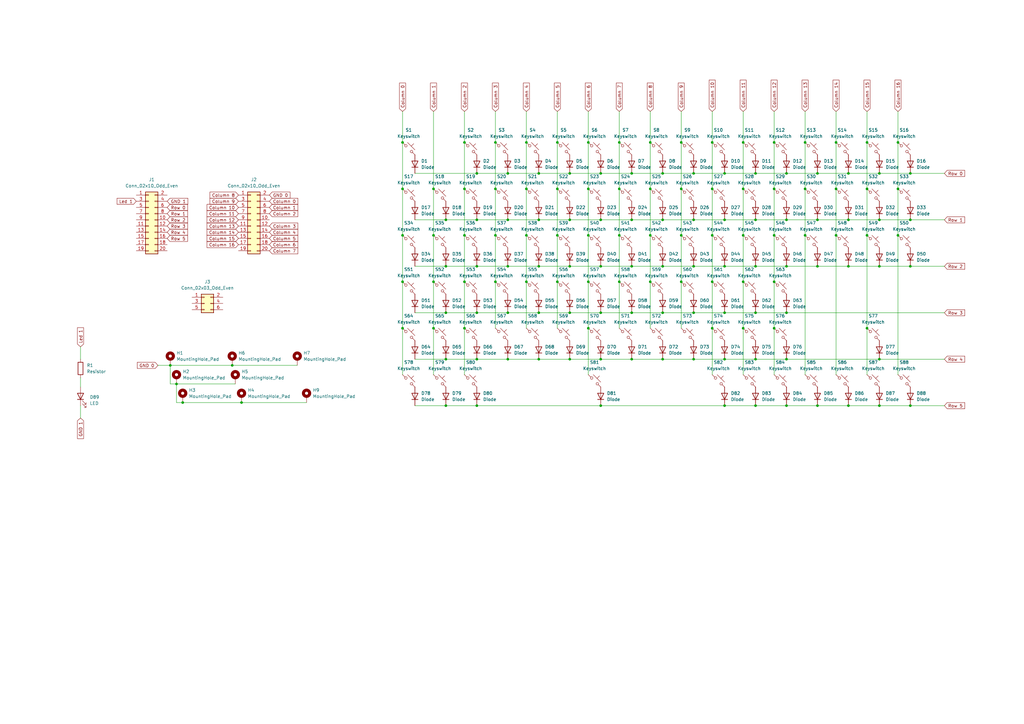
<source format=kicad_sch>
(kicad_sch (version 20231120) (generator "eeschema") (generator_version "8.0")
  (paper "A3")
  (junction (at 355.6 58.42))
  (junction (at 69.85 149.86))
  (junction (at 309.88 166.37))
  (junction (at 317.5 115.57))
  (junction (at 177.8 134.62))
  (junction (at 246.38 166.37))
  (junction (at 246.38 71.12))
  (junction (at 355.6 134.62))
  (junction (at 190.5 96.52))
  (junction (at 259.08 71.12))
  (junction (at 195.58 71.12))
  (junction (at 182.88 109.22))
  (junction (at 165.1 134.62))
  (junction (at 208.28 128.27))
  (junction (at 195.58 147.32))
  (junction (at 335.28 109.22))
  (junction (at 342.9 77.47))
  (junction (at 284.48 109.22))
  (junction (at 254 115.57))
  (junction (at 297.18 166.37))
  (junction (at 322.58 71.12))
  (junction (at 215.9 58.42))
  (junction (at 165.1 77.47))
  (junction (at 220.98 71.12))
  (junction (at 259.08 109.22))
  (junction (at 271.78 109.22))
  (junction (at 215.9 77.47))
  (junction (at 279.4 96.52))
  (junction (at 266.7 58.42))
  (junction (at 360.68 147.32))
  (junction (at 373.38 90.17))
  (junction (at 228.6 115.57))
  (junction (at 246.38 109.22))
  (junction (at 271.78 147.32))
  (junction (at 297.18 147.32))
  (junction (at 228.6 58.42))
  (junction (at 72.39 157.48))
  (junction (at 233.68 109.22))
  (junction (at 335.28 71.12))
  (junction (at 317.5 58.42))
  (junction (at 309.88 128.27))
  (junction (at 355.6 96.52))
  (junction (at 190.5 58.42))
  (junction (at 215.9 96.52))
  (junction (at 373.38 71.12))
  (junction (at 335.28 166.37))
  (junction (at 215.9 115.57))
  (junction (at 241.3 134.62))
  (junction (at 322.58 147.32))
  (junction (at 292.1 58.42))
  (junction (at 99.06 165.1))
  (junction (at 195.58 128.27))
  (junction (at 190.5 77.47))
  (junction (at 203.2 77.47))
  (junction (at 254 58.42))
  (junction (at 182.88 128.27))
  (junction (at 322.58 128.27))
  (junction (at 165.1 115.57))
  (junction (at 182.88 147.32))
  (junction (at 259.08 90.17))
  (junction (at 368.3 77.47))
  (junction (at 297.18 90.17))
  (junction (at 342.9 58.42))
  (junction (at 368.3 96.52))
  (junction (at 284.48 147.32))
  (junction (at 284.48 71.12))
  (junction (at 360.68 166.37))
  (junction (at 182.88 90.17))
  (junction (at 309.88 71.12))
  (junction (at 208.28 109.22))
  (junction (at 317.5 134.62))
  (junction (at 279.4 77.47))
  (junction (at 165.1 96.52))
  (junction (at 368.3 58.42))
  (junction (at 241.3 77.47))
  (junction (at 271.78 128.27))
  (junction (at 228.6 96.52))
  (junction (at 177.8 96.52))
  (junction (at 297.18 128.27))
  (junction (at 309.88 90.17))
  (junction (at 220.98 90.17))
  (junction (at 246.38 90.17))
  (junction (at 330.2 58.42))
  (junction (at 373.38 166.37))
  (junction (at 304.8 115.57))
  (junction (at 266.7 96.52))
  (junction (at 309.88 147.32))
  (junction (at 304.8 96.52))
  (junction (at 309.88 109.22))
  (junction (at 317.5 96.52))
  (junction (at 373.38 109.22))
  (junction (at 347.98 166.37))
  (junction (at 330.2 77.47))
  (junction (at 203.2 58.42))
  (junction (at 228.6 77.47))
  (junction (at 195.58 109.22))
  (junction (at 360.68 90.17))
  (junction (at 347.98 109.22))
  (junction (at 304.8 77.47))
  (junction (at 233.68 128.27))
  (junction (at 241.3 96.52))
  (junction (at 279.4 58.42))
  (junction (at 182.88 166.37))
  (junction (at 241.3 115.57))
  (junction (at 279.4 115.57))
  (junction (at 271.78 71.12))
  (junction (at 208.28 90.17))
  (junction (at 220.98 147.32))
  (junction (at 203.2 115.57))
  (junction (at 233.68 147.32))
  (junction (at 241.3 58.42))
  (junction (at 347.98 90.17))
  (junction (at 254 96.52))
  (junction (at 292.1 96.52))
  (junction (at 74.93 165.1))
  (junction (at 330.2 96.52))
  (junction (at 292.1 77.47))
  (junction (at 360.68 109.22))
  (junction (at 292.1 134.62))
  (junction (at 322.58 90.17))
  (junction (at 266.7 115.57))
  (junction (at 322.58 109.22))
  (junction (at 220.98 109.22))
  (junction (at 355.6 77.47))
  (junction (at 190.5 115.57))
  (junction (at 165.1 58.42))
  (junction (at 304.8 58.42))
  (junction (at 254 77.47))
  (junction (at 220.98 128.27))
  (junction (at 195.58 166.37))
  (junction (at 304.8 134.62))
  (junction (at 271.78 90.17))
  (junction (at 259.08 128.27))
  (junction (at 342.9 96.52))
  (junction (at 208.28 147.32))
  (junction (at 177.8 77.47))
  (junction (at 360.68 71.12))
  (junction (at 259.08 147.32))
  (junction (at 347.98 71.12))
  (junction (at 322.58 166.37))
  (junction (at 284.48 90.17))
  (junction (at 195.58 90.17))
  (junction (at 284.48 128.27))
  (junction (at 297.18 71.12))
  (junction (at 246.38 147.32))
  (junction (at 95.25 149.86))
  (junction (at 177.8 115.57))
  (junction (at 335.28 90.17))
  (junction (at 297.18 109.22))
  (junction (at 292.1 115.57))
  (junction (at 233.68 90.17))
  (junction (at 246.38 128.27))
  (junction (at 208.28 71.12))
  (junction (at 233.68 71.12))
  (junction (at 203.2 96.52))
  (junction (at 266.7 77.47))
  (junction (at 317.5 77.47))
  (junction (at 190.5 134.62))
  (wire (pts (xy 254 58.42) (xy 254 77.47)))
  (wire (pts (xy 355.6 134.62) (xy 355.6 153.67)))
  (wire (pts (xy 284.48 109.22) (xy 297.18 109.22)))
  (wire (pts (xy 279.4 58.42) (xy 279.4 77.47)))
  (wire (pts (xy 317.5 58.42) (xy 317.5 77.47)))
  (wire (pts (xy 342.9 45.72) (xy 342.9 58.42)))
  (wire (pts (xy 304.8 96.52) (xy 304.8 115.57)))
  (wire (pts (xy 203.2 115.57) (xy 203.2 134.62)))
  (wire (pts (xy 246.38 109.22) (xy 259.08 109.22)))
  (wire (pts (xy 330.2 77.47) (xy 330.2 96.52)))
  (wire (pts (xy 233.68 109.22) (xy 246.38 109.22)))
  (wire (pts (xy 322.58 109.22) (xy 335.28 109.22)))
  (wire (pts (xy 335.28 90.17) (xy 347.98 90.17)))
  (wire (pts (xy 335.28 109.22) (xy 347.98 109.22)))
  (wire (pts (xy 233.68 128.27) (xy 246.38 128.27)))
  (wire (pts (xy 246.38 128.27) (xy 259.08 128.27)))
  (wire (pts (xy 271.78 71.12) (xy 284.48 71.12)))
  (wire (pts (xy 254 77.47) (xy 254 96.52)))
  (wire (pts (xy 347.98 166.37) (xy 360.68 166.37)))
  (wire (pts (xy 360.68 109.22) (xy 373.38 109.22)))
  (wire (pts (xy 360.68 90.17) (xy 373.38 90.17)))
  (wire (pts (xy 203.2 77.47) (xy 203.2 96.52)))
  (wire (pts (xy 33.02 154.94) (xy 33.02 158.75)))
  (wire (pts (xy 96.52 157.48) (xy 72.39 157.48)))
  (wire (pts (xy 322.58 90.17) (xy 335.28 90.17)))
  (wire (pts (xy 190.5 45.72) (xy 190.5 58.42)))
  (wire (pts (xy 241.3 115.57) (xy 241.3 134.62)))
  (wire (pts (xy 259.08 109.22) (xy 271.78 109.22)))
  (wire (pts (xy 368.3 45.72) (xy 368.3 58.42)))
  (wire (pts (xy 170.18 147.32) (xy 182.88 147.32)))
  (wire (pts (xy 241.3 96.52) (xy 241.3 115.57)))
  (wire (pts (xy 177.8 45.72) (xy 177.8 77.47)))
  (wire (pts (xy 360.68 166.37) (xy 373.38 166.37)))
  (wire (pts (xy 203.2 96.52) (xy 203.2 115.57)))
  (wire (pts (xy 254 96.52) (xy 254 115.57)))
  (wire (pts (xy 69.85 157.48) (xy 69.85 149.86)))
  (wire (pts (xy 309.88 147.32) (xy 322.58 147.32)))
  (wire (pts (xy 208.28 128.27) (xy 220.98 128.27)))
  (wire (pts (xy 190.5 77.47) (xy 190.5 96.52)))
  (wire (pts (xy 190.5 58.42) (xy 190.5 77.47)))
  (wire (pts (xy 284.48 90.17) (xy 297.18 90.17)))
  (wire (pts (xy 220.98 71.12) (xy 233.68 71.12)))
  (wire (pts (xy 195.58 128.27) (xy 208.28 128.27)))
  (wire (pts (xy 165.1 115.57) (xy 165.1 134.62)))
  (wire (pts (xy 33.02 142.24) (xy 33.02 147.32)))
  (wire (pts (xy 64.77 149.86) (xy 69.85 149.86)))
  (wire (pts (xy 259.08 128.27) (xy 271.78 128.27)))
  (wire (pts (xy 292.1 58.42) (xy 292.1 77.47)))
  (wire (pts (xy 170.18 166.37) (xy 182.88 166.37)))
  (wire (pts (xy 355.6 45.72) (xy 355.6 58.42)))
  (wire (pts (xy 170.18 128.27) (xy 182.88 128.27)))
  (wire (pts (xy 195.58 147.32) (xy 208.28 147.32)))
  (wire (pts (xy 241.3 134.62) (xy 241.3 153.67)))
  (wire (pts (xy 368.3 77.47) (xy 368.3 96.52)))
  (wire (pts (xy 182.88 166.37) (xy 195.58 166.37)))
  (wire (pts (xy 279.4 96.52) (xy 279.4 115.57)))
  (wire (pts (xy 259.08 71.12) (xy 271.78 71.12)))
  (wire (pts (xy 297.18 90.17) (xy 309.88 90.17)))
  (wire (pts (xy 246.38 166.37) (xy 297.18 166.37)))
  (wire (pts (xy 246.38 71.12) (xy 259.08 71.12)))
  (wire (pts (xy 190.5 115.57) (xy 190.5 134.62)))
  (wire (pts (xy 220.98 109.22) (xy 233.68 109.22)))
  (wire (pts (xy 330.2 45.72) (xy 330.2 58.42)))
  (wire (pts (xy 177.8 96.52) (xy 177.8 115.57)))
  (wire (pts (xy 330.2 96.52) (xy 330.2 153.67)))
  (wire (pts (xy 322.58 71.12) (xy 335.28 71.12)))
  (wire (pts (xy 304.8 77.47) (xy 304.8 96.52)))
  (wire (pts (xy 241.3 58.42) (xy 241.3 77.47)))
  (wire (pts (xy 387.35 71.12) (xy 373.38 71.12)))
  (wire (pts (xy 309.88 109.22) (xy 322.58 109.22)))
  (wire (pts (xy 74.93 165.1) (xy 72.39 165.1)))
  (wire (pts (xy 284.48 128.27) (xy 297.18 128.27)))
  (wire (pts (xy 317.5 96.52) (xy 317.5 115.57)))
  (wire (pts (xy 241.3 77.47) (xy 241.3 96.52)))
  (wire (pts (xy 95.25 149.86) (xy 121.92 149.86)))
  (wire (pts (xy 228.6 77.47) (xy 228.6 96.52)))
  (wire (pts (xy 195.58 71.12) (xy 208.28 71.12)))
  (wire (pts (xy 241.3 45.72) (xy 241.3 58.42)))
  (wire (pts (xy 177.8 77.47) (xy 177.8 96.52)))
  (wire (pts (xy 72.39 157.48) (xy 69.85 157.48)))
  (wire (pts (xy 208.28 71.12) (xy 220.98 71.12)))
  (wire (pts (xy 297.18 128.27) (xy 309.88 128.27)))
  (wire (pts (xy 228.6 96.52) (xy 228.6 115.57)))
  (wire (pts (xy 387.35 147.32) (xy 360.68 147.32)))
  (wire (pts (xy 309.88 128.27) (xy 322.58 128.27)))
  (wire (pts (xy 182.88 147.32) (xy 195.58 147.32)))
  (wire (pts (xy 292.1 77.47) (xy 292.1 96.52)))
  (wire (pts (xy 215.9 77.47) (xy 215.9 96.52)))
  (wire (pts (xy 170.18 71.12) (xy 195.58 71.12)))
  (wire (pts (xy 360.68 71.12) (xy 373.38 71.12)))
  (wire (pts (xy 208.28 147.32) (xy 220.98 147.32)))
  (wire (pts (xy 33.02 171.45) (xy 33.02 166.37)))
  (wire (pts (xy 228.6 58.42) (xy 228.6 77.47)))
  (wire (pts (xy 195.58 166.37) (xy 246.38 166.37)))
  (wire (pts (xy 297.18 166.37) (xy 309.88 166.37)))
  (wire (pts (xy 355.6 58.42) (xy 355.6 77.47)))
  (wire (pts (xy 215.9 96.52) (xy 215.9 115.57)))
  (wire (pts (xy 271.78 109.22) (xy 284.48 109.22)))
  (wire (pts (xy 292.1 115.57) (xy 292.1 134.62)))
  (wire (pts (xy 387.35 109.22) (xy 373.38 109.22)))
  (wire (pts (xy 271.78 90.17) (xy 284.48 90.17)))
  (wire (pts (xy 165.1 58.42) (xy 165.1 77.47)))
  (wire (pts (xy 266.7 58.42) (xy 266.7 77.47)))
  (wire (pts (xy 292.1 134.62) (xy 292.1 153.67)))
  (wire (pts (xy 284.48 71.12) (xy 297.18 71.12)))
  (wire (pts (xy 387.35 166.37) (xy 373.38 166.37)))
  (wire (pts (xy 309.88 166.37) (xy 322.58 166.37)))
  (wire (pts (xy 220.98 147.32) (xy 233.68 147.32)))
  (wire (pts (xy 259.08 147.32) (xy 271.78 147.32)))
  (wire (pts (xy 233.68 71.12) (xy 246.38 71.12)))
  (wire (pts (xy 297.18 109.22) (xy 309.88 109.22)))
  (wire (pts (xy 203.2 58.42) (xy 203.2 77.47)))
  (wire (pts (xy 304.8 134.62) (xy 304.8 153.67)))
  (wire (pts (xy 233.68 147.32) (xy 246.38 147.32)))
  (wire (pts (xy 304.8 115.57) (xy 304.8 134.62)))
  (wire (pts (xy 220.98 128.27) (xy 233.68 128.27)))
  (wire (pts (xy 182.88 109.22) (xy 195.58 109.22)))
  (wire (pts (xy 72.39 165.1) (xy 72.39 157.48)))
  (wire (pts (xy 165.1 96.52) (xy 165.1 115.57)))
  (wire (pts (xy 335.28 71.12) (xy 347.98 71.12)))
  (wire (pts (xy 182.88 128.27) (xy 195.58 128.27)))
  (wire (pts (xy 228.6 115.57) (xy 228.6 134.62)))
  (wire (pts (xy 271.78 147.32) (xy 284.48 147.32)))
  (wire (pts (xy 322.58 166.37) (xy 335.28 166.37)))
  (wire (pts (xy 309.88 90.17) (xy 322.58 90.17)))
  (wire (pts (xy 279.4 77.47) (xy 279.4 96.52)))
  (wire (pts (xy 368.3 96.52) (xy 368.3 153.67)))
  (wire (pts (xy 317.5 134.62) (xy 317.5 153.67)))
  (wire (pts (xy 69.85 149.86) (xy 95.25 149.86)))
  (wire (pts (xy 259.08 90.17) (xy 271.78 90.17)))
  (wire (pts (xy 330.2 58.42) (xy 330.2 77.47)))
  (wire (pts (xy 284.48 147.32) (xy 297.18 147.32)))
  (wire (pts (xy 182.88 90.17) (xy 195.58 90.17)))
  (wire (pts (xy 190.5 134.62) (xy 190.5 153.67)))
  (wire (pts (xy 271.78 128.27) (xy 284.48 128.27)))
  (wire (pts (xy 99.06 165.1) (xy 74.93 165.1)))
  (wire (pts (xy 208.28 109.22) (xy 220.98 109.22)))
  (wire (pts (xy 355.6 77.47) (xy 355.6 96.52)))
  (wire (pts (xy 347.98 90.17) (xy 360.68 90.17)))
  (wire (pts (xy 266.7 115.57) (xy 266.7 134.62)))
  (wire (pts (xy 208.28 90.17) (xy 220.98 90.17)))
  (wire (pts (xy 254 115.57) (xy 254 134.62)))
  (wire (pts (xy 335.28 166.37) (xy 347.98 166.37)))
  (wire (pts (xy 246.38 147.32) (xy 259.08 147.32)))
  (wire (pts (xy 215.9 115.57) (xy 215.9 134.62)))
  (wire (pts (xy 342.9 96.52) (xy 342.9 153.67)))
  (wire (pts (xy 279.4 45.72) (xy 279.4 58.42)))
  (wire (pts (xy 266.7 77.47) (xy 266.7 96.52)))
  (wire (pts (xy 387.35 90.17) (xy 373.38 90.17)))
  (wire (pts (xy 317.5 115.57) (xy 317.5 134.62)))
  (wire (pts (xy 387.35 128.27) (xy 322.58 128.27)))
  (wire (pts (xy 165.1 134.62) (xy 165.1 153.67)))
  (wire (pts (xy 347.98 109.22) (xy 360.68 109.22)))
  (wire (pts (xy 190.5 96.52) (xy 190.5 115.57)))
  (wire (pts (xy 170.18 109.22) (xy 182.88 109.22)))
  (wire (pts (xy 266.7 96.52) (xy 266.7 115.57)))
  (wire (pts (xy 317.5 77.47) (xy 317.5 96.52)))
  (wire (pts (xy 177.8 134.62) (xy 177.8 153.67)))
  (wire (pts (xy 355.6 96.52) (xy 355.6 134.62)))
  (wire (pts (xy 309.88 71.12) (xy 322.58 71.12)))
  (wire (pts (xy 266.7 45.72) (xy 266.7 58.42)))
  (wire (pts (xy 292.1 45.72) (xy 292.1 58.42)))
  (wire (pts (xy 297.18 71.12) (xy 309.88 71.12)))
  (wire (pts (xy 347.98 71.12) (xy 360.68 71.12)))
  (wire (pts (xy 125.73 165.1) (xy 99.06 165.1)))
  (wire (pts (xy 254 45.72) (xy 254 58.42)))
  (wire (pts (xy 322.58 147.32) (xy 360.68 147.32)))
  (wire (pts (xy 292.1 96.52) (xy 292.1 115.57)))
  (wire (pts (xy 304.8 45.72) (xy 304.8 58.42)))
  (wire (pts (xy 317.5 45.72) (xy 317.5 58.42)))
  (wire (pts (xy 342.9 77.47) (xy 342.9 96.52)))
  (wire (pts (xy 195.58 90.17) (xy 208.28 90.17)))
  (wire (pts (xy 304.8 58.42) (xy 304.8 77.47)))
  (wire (pts (xy 220.98 90.17) (xy 233.68 90.17)))
  (wire (pts (xy 279.4 115.57) (xy 279.4 134.62)))
  (wire (pts (xy 215.9 45.72) (xy 215.9 58.42)))
  (wire (pts (xy 177.8 115.57) (xy 177.8 134.62)))
  (wire (pts (xy 203.2 45.72) (xy 203.2 58.42)))
  (wire (pts (xy 165.1 45.72) (xy 165.1 58.42)))
  (wire (pts (xy 215.9 58.42) (xy 215.9 77.47)))
  (wire (pts (xy 165.1 77.47) (xy 165.1 96.52)))
  (wire (pts (xy 342.9 58.42) (xy 342.9 77.47)))
  (wire (pts (xy 170.18 90.17) (xy 182.88 90.17)))
  (wire (pts (xy 228.6 45.72) (xy 228.6 58.42)))
  (wire (pts (xy 368.3 58.42) (xy 368.3 77.47)))
  (wire (pts (xy 195.58 109.22) (xy 208.28 109.22)))
  (wire (pts (xy 246.38 90.17) (xy 259.08 90.17)))
  (wire (pts (xy 233.68 90.17) (xy 246.38 90.17)))
  (wire (pts (xy 297.18 147.32) (xy 309.88 147.32)))
  (global_label "Column 15" (shape input) (at 355.6 45.72 90) (property "Intersheetrefs" "${INTERSHEET_REFS}" (effects (hide yes))))
  (global_label "Column 0" (shape input) (at 110.49 82.55 0) (property "Intersheetrefs" "${INTERSHEET_REFS}" (effects (hide yes))))
  (global_label "Column 7" (shape input) (at 254 45.72 90) (property "Intersheetrefs" "${INTERSHEET_REFS}" (effects (hide yes))))
  (global_label "Column 1" (shape input) (at 177.8 45.72 90) (property "Intersheetrefs" "${INTERSHEET_REFS}" (effects (hide yes))))
  (global_label "Column 10" (shape input) (at 97.79 85.09 180) (property "Intersheetrefs" "${INTERSHEET_REFS}" (effects (hide yes))))
  (global_label "Row 5" (shape input) (at 68.58 97.79 0) (property "Intersheetrefs" "${INTERSHEET_REFS}" (effects (hide yes))))
  (global_label "Column 3" (shape input) (at 203.2 45.72 90) (property "Intersheetrefs" "${INTERSHEET_REFS}" (effects (hide yes))))
  (global_label "Column 4" (shape input) (at 110.49 95.25 0) (property "Intersheetrefs" "${INTERSHEET_REFS}" (effects (hide yes))))
  (global_label "Column 7" (shape input) (at 110.49 102.87 0) (property "Intersheetrefs" "${INTERSHEET_REFS}" (effects (hide yes))))
  (global_label "Column 16" (shape input) (at 97.79 100.33 180) (property "Intersheetrefs" "${INTERSHEET_REFS}" (effects (hide yes))))
  (global_label "Column 16" (shape input) (at 368.3 45.72 90) (property "Intersheetrefs" "${INTERSHEET_REFS}" (effects (hide yes))))
  (global_label "Column 4" (shape input) (at 215.9 45.72 90) (property "Intersheetrefs" "${INTERSHEET_REFS}" (effects (hide yes))))
  (global_label "Column 10" (shape input) (at 292.1 45.72 90) (property "Intersheetrefs" "${INTERSHEET_REFS}" (effects (hide yes))))
  (global_label "Column 8" (shape input) (at 97.79 80.01 180) (property "Intersheetrefs" "${INTERSHEET_REFS}" (effects (hide yes))))
  (global_label "Column 14" (shape input) (at 97.79 95.25 180) (property "Intersheetrefs" "${INTERSHEET_REFS}" (effects (hide yes))))
  (global_label "Column 0" (shape input) (at 165.1 45.72 90) (property "Intersheetrefs" "${INTERSHEET_REFS}" (effects (hide yes))))
  (global_label "Column 8" (shape input) (at 266.7 45.72 90) (property "Intersheetrefs" "${INTERSHEET_REFS}" (effects (hide yes))))
  (global_label "Column 13" (shape input) (at 330.2 45.72 90) (property "Intersheetrefs" "${INTERSHEET_REFS}" (effects (hide yes))))
  (global_label "Row 3" (shape input) (at 68.58 92.71 0) (property "Intersheetrefs" "${INTERSHEET_REFS}" (effects (hide yes))))
  (global_label "Column 11" (shape input) (at 97.79 87.63 180) (property "Intersheetrefs" "${INTERSHEET_REFS}" (effects (hide yes))))
  (global_label "Column 12" (shape input) (at 317.5 45.72 90) (property "Intersheetrefs" "${INTERSHEET_REFS}" (effects (hide yes))))
  (global_label "GND 1" (shape input) (at 68.58 82.55 0) (property "Intersheetrefs" "${INTERSHEET_REFS}" (effects (hide yes))))
  (global_label "Row 5" (shape input) (at 387.35 166.37 0) (property "Intersheetrefs" "${INTERSHEET_REFS}" (effects (hide yes))))
  (global_label "Led 1" (shape input) (at 33.02 142.24 90) (property "Intersheetrefs" "${INTERSHEET_REFS}" (effects (hide yes))))
  (global_label "Column 15" (shape input) (at 97.79 97.79 180) (property "Intersheetrefs" "${INTERSHEET_REFS}" (effects (hide yes))))
  (global_label "Row 2" (shape input) (at 387.35 109.22 0) (property "Intersheetrefs" "${INTERSHEET_REFS}" (effects (hide yes))))
  (global_label "GND 0" (shape input) (at 64.77 149.86 180) (property "Intersheetrefs" "${INTERSHEET_REFS}" (effects (hide yes))))
  (global_label "Column 6" (shape input) (at 110.49 100.33 0) (property "Intersheetrefs" "${INTERSHEET_REFS}" (effects (hide yes))))
  (global_label "Column 2" (shape input) (at 110.49 87.63 0) (property "Intersheetrefs" "${INTERSHEET_REFS}" (effects (hide yes))))
  (global_label "Row 1" (shape input) (at 387.35 90.17 0) (property "Intersheetrefs" "${INTERSHEET_REFS}" (effects (hide yes))))
  (global_label "Led 1" (shape input) (at 55.88 82.55 180) (property "Intersheetrefs" "${INTERSHEET_REFS}" (effects (hide yes))))
  (global_label "Row 4" (shape input) (at 387.35 147.32 0) (property "Intersheetrefs" "${INTERSHEET_REFS}" (effects (hide yes))))
  (global_label "Column 5" (shape input) (at 110.49 97.79 0) (property "Intersheetrefs" "${INTERSHEET_REFS}" (effects (hide yes))))
  (global_label "Row 0" (shape input) (at 68.58 85.09 0) (property "Intersheetrefs" "${INTERSHEET_REFS}" (effects (hide yes))))
  (global_label "Column 5" (shape input) (at 228.6 45.72 90) (property "Intersheetrefs" "${INTERSHEET_REFS}" (effects (hide yes))))
  (global_label "Column 3" (shape input) (at 110.49 92.71 0) (property "Intersheetrefs" "${INTERSHEET_REFS}" (effects (hide yes))))
  (global_label "GND 0" (shape input) (at 110.49 80.01 0) (property "Intersheetrefs" "${INTERSHEET_REFS}" (effects (hide yes))))
  (global_label "Column 2" (shape input) (at 190.5 45.72 90) (property "Intersheetrefs" "${INTERSHEET_REFS}" (effects (hide yes))))
  (global_label "Row 4" (shape input) (at 68.58 95.25 0) (property "Intersheetrefs" "${INTERSHEET_REFS}" (effects (hide yes))))
  (global_label "Column 12" (shape input) (at 97.79 90.17 180) (property "Intersheetrefs" "${INTERSHEET_REFS}" (effects (hide yes))))
  (global_label "Row 3" (shape input) (at 387.35 128.27 0) (property "Intersheetrefs" "${INTERSHEET_REFS}" (effects (hide yes))))
  (global_label "Row 2" (shape input) (at 68.58 90.17 0) (property "Intersheetrefs" "${INTERSHEET_REFS}" (effects (hide yes))))
  (global_label "GND 1" (shape input) (at 33.02 171.45 270) (property "Intersheetrefs" "${INTERSHEET_REFS}" (effects (hide yes))))
  (global_label "Column 14" (shape input) (at 342.9 45.72 90) (property "Intersheetrefs" "${INTERSHEET_REFS}" (effects (hide yes))))
  (global_label "Column 13" (shape input) (at 97.79 92.71 180) (property "Intersheetrefs" "${INTERSHEET_REFS}" (effects (hide yes))))
  (global_label "Column 6" (shape input) (at 241.3 45.72 90) (property "Intersheetrefs" "${INTERSHEET_REFS}" (effects (hide yes))))
  (global_label "Column 9" (shape input) (at 279.4 45.72 90) (property "Intersheetrefs" "${INTERSHEET_REFS}" (effects (hide yes))))
  (global_label "Column 11" (shape input) (at 304.8 45.72 90) (property "Intersheetrefs" "${INTERSHEET_REFS}" (effects (hide yes))))
  (global_label "Column 9" (shape input) (at 97.79 82.55 180) (property "Intersheetrefs" "${INTERSHEET_REFS}" (effects (hide yes))))
  (global_label "Column 1" (shape input) (at 110.49 85.09 0) (property "Intersheetrefs" "${INTERSHEET_REFS}" (effects (hide yes))))
  (global_label "Row 1" (shape input) (at 68.58 87.63 0) (property "Intersheetrefs" "${INTERSHEET_REFS}" (effects (hide yes))))
  (global_label "Row 0" (shape input) (at 387.35 71.12 0) (property "Intersheetrefs" "${INTERSHEET_REFS}" (effects (hide yes))))
  (symbol (lib_id "ScottoKeebs:Placeholder_Keyswitch") (at 193.04 156.21 0) (unit 1)
    (property "Reference" "S80" (at 193.04 148.59 0))
    (property "Value" "Keyswitch" (at 193.04 151.13 0))
    (property "Footprint" "ScottoKeebs_MX:MX_PCB_1.00u" (effects (hide yes)))
    (property "Description" "Push button switch, normally open, two pins, 45° tilted" (effects (hide yes)))
  )
  (symbol (lib_id "ScottoKeebs:Placeholder_Keyswitch") (at 193.04 80.01 0) (unit 1)
    (property "Reference" "S19" (at 193.04 72.39 0))
    (property "Value" "Keyswitch" (at 193.04 74.93 0))
    (property "Footprint" "ScottoKeebs_MX:MX_PCB_1.00u" (effects (hide yes)))
    (property "Description" "Push button switch, normally open, two pins, 45° tilted" (effects (hide yes)))
  )
  (symbol (lib_id "ScottoKeebs:Placeholder_Keyswitch") (at 294.64 80.01 0) (unit 1)
    (property "Reference" "S27" (at 294.64 72.39 0))
    (property "Value" "Keyswitch" (at 294.64 74.93 0))
    (property "Footprint" "ScottoKeebs_MX:MX_PCB_1.00u" (effects (hide yes)))
    (property "Description" "Push button switch, normally open, two pins, 45° tilted" (effects (hide yes)))
  )
  (symbol (lib_id "ScottoKeebs:Placeholder_Keyswitch") (at 205.74 60.96 0) (unit 1)
    (property "Reference" "S3" (at 205.74 53.34 0))
    (property "Value" "Keyswitch" (at 205.74 55.88 0))
    (property "Footprint" "ScottoKeebs_MX:MX_PCB_1.00u" (effects (hide yes)))
    (property "Description" "Push button switch, normally open, two pins, 45° tilted" (effects (hide yes)))
  )
  (symbol (lib_id "ScottoKeebs:Placeholder_Diode") (at 259.08 67.31 90) (unit 1)
    (property "Reference" "D7" (at 261.62 66.0399 90) (effects (justify right)))
    (property "Value" "Diode" (at 261.62 68.5799 90) (effects (justify right)))
    (property "Footprint" "ScottoKeebs_Components:Diode_DO-35" (effects (hide yes)))
    (property "Description" "1N4148 (DO-35) or 1N4148W (SOD-123)" (effects (hide yes)))
    (property "Sim.Device" "D" (effects (hide yes)))
    (property "Sim.Pins" "1=K 2=A" (effects (hide yes)))
  )
  (symbol (lib_id "ScottoKeebs:Placeholder_Keyswitch") (at 307.34 99.06 0) (unit 1)
    (property "Reference" "S45" (at 307.34 91.44 0))
    (property "Value" "Keyswitch" (at 307.34 93.98 0))
    (property "Footprint" "ScottoKeebs_MX:MX_PCB_1.00u" (effects (hide yes)))
    (property "Description" "Push button switch, normally open, two pins, 45° tilted" (effects (hide yes)))
  )
  (symbol (lib_id "ScottoKeebs:Placeholder_Diode") (at 246.38 143.51 90) (unit 1)
    (property "Reference" "D70" (at 248.92 142.2399 90) (effects (justify right)))
    (property "Value" "Diode" (at 248.92 144.7799 90) (effects (justify right)))
    (property "Footprint" "ScottoKeebs_Components:Diode_DO-35" (effects (hide yes)))
    (property "Description" "1N4148 (DO-35) or 1N4148W (SOD-123)" (effects (hide yes)))
    (property "Sim.Device" "D" (effects (hide yes)))
    (property "Sim.Pins" "1=K 2=A" (effects (hide yes)))
  )
  (symbol (lib_id "ScottoKeebs:Placeholder_Keyswitch") (at 345.44 60.96 0) (unit 1)
    (property "Reference" "S14" (at 345.44 53.34 0))
    (property "Value" "Keyswitch" (at 345.44 55.88 0))
    (property "Footprint" "ScottoKeebs_MX:MX_PCB_1.00u" (effects (hide yes)))
    (property "Description" "Push button switch, normally open, two pins, 45° tilted" (effects (hide yes)))
  )
  (symbol (lib_id "ScottoKeebs:Placeholder_Diode") (at 208.28 67.31 90) (unit 1)
    (property "Reference" "D3" (at 210.82 66.0399 90) (effects (justify right)))
    (property "Value" "Diode" (at 210.82 68.5799 90) (effects (justify right)))
    (property "Footprint" "ScottoKeebs_Components:Diode_DO-35" (effects (hide yes)))
    (property "Description" "1N4148 (DO-35) or 1N4148W (SOD-123)" (effects (hide yes)))
    (property "Sim.Device" "D" (effects (hide yes)))
    (property "Sim.Pins" "1=K 2=A" (effects (hide yes)))
  )
  (symbol (lib_id "ScottoKeebs:Placeholder_Diode") (at 373.38 105.41 90) (unit 1)
    (property "Reference" "D50" (at 375.92 104.1399 90) (effects (justify right)))
    (property "Value" "Diode" (at 375.92 106.6799 90) (effects (justify right)))
    (property "Footprint" "ScottoKeebs_Components:Diode_DO-35" (effects (hide yes)))
    (property "Description" "1N4148 (DO-35) or 1N4148W (SOD-123)" (effects (hide yes)))
    (property "Sim.Device" "D" (effects (hide yes)))
    (property "Sim.Pins" "1=K 2=A" (effects (hide yes)))
  )
  (symbol (lib_id "ScottoKeebs:Placeholder_Diode") (at 246.38 162.56 90) (unit 1)
    (property "Reference" "D81" (at 248.92 161.2899 90) (effects (justify right)))
    (property "Value" "Diode" (at 248.92 163.8299 90) (effects (justify right)))
    (property "Footprint" "ScottoKeebs_Components:Diode_DO-35" (effects (hide yes)))
    (property "Description" "1N4148 (DO-35) or 1N4148W (SOD-123)" (effects (hide yes)))
    (property "Sim.Device" "D" (effects (hide yes)))
    (property "Sim.Pins" "1=K 2=A" (effects (hide yes)))
  )
  (symbol (lib_id "ScottoKeebs:Placeholder_Diode") (at 322.58 162.56 90) (unit 1)
    (property "Reference" "D84" (at 325.12 161.2899 90) (effects (justify right)))
    (property "Value" "Diode" (at 325.12 163.8299 90) (effects (justify right)))
    (property "Footprint" "ScottoKeebs_Components:Diode_DO-35" (effects (hide yes)))
    (property "Description" "1N4148 (DO-35) or 1N4148W (SOD-123)" (effects (hide yes)))
    (property "Sim.Device" "D" (effects (hide yes)))
    (property "Sim.Pins" "1=K 2=A" (effects (hide yes)))
  )
  (symbol (lib_id "ScottoKeebs:Placeholder_Keyswitch") (at 281.94 80.01 0) (unit 1)
    (property "Reference" "S26" (at 281.94 72.39 0))
    (property "Value" "Keyswitch" (at 281.94 74.93 0))
    (property "Footprint" "ScottoKeebs_MX:MX_PCB_1.00u" (effects (hide yes)))
    (property "Description" "Push button switch, normally open, two pins, 45° tilted" (effects (hide yes)))
  )
  (symbol (lib_id "ScottoKeebs:Placeholder_Diode") (at 373.38 67.31 90) (unit 1)
    (property "Reference" "D16" (at 375.92 66.0399 90) (effects (justify right)))
    (property "Value" "Diode" (at 375.92 68.5799 90) (effects (justify right)))
    (property "Footprint" "ScottoKeebs_Components:Diode_DO-35" (effects (hide yes)))
    (property "Description" "1N4148 (DO-35) or 1N4148W (SOD-123)" (effects (hide yes)))
    (property "Sim.Device" "D" (effects (hide yes)))
    (property "Sim.Pins" "1=K 2=A" (effects (hide yes)))
  )
  (symbol (lib_id "ScottoKeebs:Placeholder_Diode") (at 259.08 105.41 90) (unit 1)
    (property "Reference" "D41" (at 261.62 104.1399 90) (effects (justify right)))
    (property "Value" "Diode" (at 261.62 106.6799 90) (effects (justify right)))
    (property "Footprint" "ScottoKeebs_Components:Diode_DO-35" (effects (hide yes)))
    (property "Description" "1N4148 (DO-35) or 1N4148W (SOD-123)" (effects (hide yes)))
    (property "Sim.Device" "D" (effects (hide yes)))
    (property "Sim.Pins" "1=K 2=A" (effects (hide yes)))
  )
  (symbol (lib_id "ScottoKeebs:Placeholder_Diode") (at 360.68 86.36 90) (unit 1)
    (property "Reference" "D32" (at 363.22 85.0899 90) (effects (justify right)))
    (property "Value" "Diode" (at 363.22 87.6299 90) (effects (justify right)))
    (property "Footprint" "ScottoKeebs_Components:Diode_DO-35" (effects (hide yes)))
    (property "Description" "1N4148 (DO-35) or 1N4148W (SOD-123)" (effects (hide yes)))
    (property "Sim.Device" "D" (effects (hide yes)))
    (property "Sim.Pins" "1=K 2=A" (effects (hide yes)))
  )
  (symbol (lib_id "ScottoKeebs:Placeholder_Diode") (at 360.68 67.31 90) (unit 1)
    (property "Reference" "D15" (at 363.22 66.0399 90) (effects (justify right)))
    (property "Value" "Diode" (at 363.22 68.5799 90) (effects (justify right)))
    (property "Footprint" "ScottoKeebs_Components:Diode_DO-35" (effects (hide yes)))
    (property "Description" "1N4148 (DO-35) or 1N4148W (SOD-123)" (effects (hide yes)))
    (property "Sim.Device" "D" (effects (hide yes)))
    (property "Sim.Pins" "1=K 2=A" (effects (hide yes)))
  )
  (symbol (lib_id "ScottoKeebs:Placeholder_Keyswitch") (at 358.14 60.96 0) (unit 1)
    (property "Reference" "S15" (at 358.14 53.34 0))
    (property "Value" "Keyswitch" (at 358.14 55.88 0))
    (property "Footprint" "ScottoKeebs_MX:MX_PCB_1.00u" (effects (hide yes)))
    (property "Description" "Push button switch, normally open, two pins, 45° tilted" (effects (hide yes)))
  )
  (symbol (lib_id "ScottoKeebs:Placeholder_Keyswitch") (at 358.14 137.16 0) (unit 1)
    (property "Reference" "S77" (at 358.14 129.54 0))
    (property "Value" "Keyswitch" (at 358.14 132.08 0))
    (property "Footprint" "ScottoKeebs_MX:MX_PCB_1.00u" (effects (hide yes)))
    (property "Description" "Push button switch, normally open, two pins, 45° tilted" (effects (hide yes)))
  )
  (symbol (lib_id "ScottoKeebs:Placeholder_Keyswitch") (at 358.14 99.06 0) (unit 1)
    (property "Reference" "S49" (at 358.14 91.44 0))
    (property "Value" "Keyswitch" (at 358.14 93.98 0))
    (property "Footprint" "ScottoKeebs_MX:MX_PCB_1.00u" (effects (hide yes)))
    (property "Description" "Push button switch, normally open, two pins, 45° tilted" (effects (hide yes)))
  )
  (symbol (lib_id "ScottoKeebs:Placeholder_Keyswitch") (at 345.44 99.06 0) (unit 1)
    (property "Reference" "S48" (at 345.44 91.44 0))
    (property "Value" "Keyswitch" (at 345.44 93.98 0))
    (property "Footprint" "ScottoKeebs_MX:MX_PCB_1.00u" (effects (hide yes)))
    (property "Description" "Push button switch, normally open, two pins, 45° tilted" (effects (hide yes)))
  )
  (symbol (lib_id "ScottoKeebs:Placeholder_Keyswitch") (at 231.14 80.01 0) (unit 1)
    (property "Reference" "S22" (at 231.14 72.39 0))
    (property "Value" "Keyswitch" (at 231.14 74.93 0))
    (property "Footprint" "ScottoKeebs_MX:MX_PCB_1.00u" (effects (hide yes)))
    (property "Description" "Push button switch, normally open, two pins, 45° tilted" (effects (hide yes)))
  )
  (symbol (lib_id "ScottoKeebs:Placeholder_Diode") (at 322.58 86.36 90) (unit 1)
    (property "Reference" "D29" (at 325.12 85.0899 90) (effects (justify right)))
    (property "Value" "Diode" (at 325.12 87.6299 90) (effects (justify right)))
    (property "Footprint" "ScottoKeebs_Components:Diode_DO-35" (effects (hide yes)))
    (property "Description" "1N4148 (DO-35) or 1N4148W (SOD-123)" (effects (hide yes)))
    (property "Sim.Device" "D" (effects (hide yes)))
    (property "Sim.Pins" "1=K 2=A" (effects (hide yes)))
  )
  (symbol (lib_id "ScottoKeebs:Placeholder_Diode") (at 182.88 143.51 90) (unit 1)
    (property "Reference" "D65" (at 185.42 142.2399 90) (effects (justify right)))
    (property "Value" "Diode" (at 185.42 144.7799 90) (effects (justify right)))
    (property "Footprint" "ScottoKeebs_Components:Diode_DO-35" (effects (hide yes)))
    (property "Description" "1N4148 (DO-35) or 1N4148W (SOD-123)" (effects (hide yes)))
    (property "Sim.Device" "D" (effects (hide yes)))
    (property "Sim.Pins" "1=K 2=A" (effects (hide yes)))
  )
  (symbol (lib_id "ScottoKeebs:Placeholder_Diode") (at 335.28 162.56 90) (unit 1)
    (property "Reference" "D85" (at 337.82 161.2899 90) (effects (justify right)))
    (property "Value" "Diode" (at 337.82 163.8299 90) (effects (justify right)))
    (property "Footprint" "ScottoKeebs_Components:Diode_DO-35" (effects (hide yes)))
    (property "Description" "1N4148 (DO-35) or 1N4148W (SOD-123)" (effects (hide yes)))
    (property "Sim.Device" "D" (effects (hide yes)))
    (property "Sim.Pins" "1=K 2=A" (effects (hide yes)))
  )
  (symbol (lib_id "ScottoKeebs:Placeholder_Diode") (at 220.98 86.36 90) (unit 1)
    (property "Reference" "D21" (at 223.52 85.0899 90) (effects (justify right)))
    (property "Value" "Diode" (at 223.52 87.6299 90) (effects (justify right)))
    (property "Footprint" "ScottoKeebs_Components:Diode_DO-35" (effects (hide yes)))
    (property "Description" "1N4148 (DO-35) or 1N4148W (SOD-123)" (effects (hide yes)))
    (property "Sim.Device" "D" (effects (hide yes)))
    (property "Sim.Pins" "1=K 2=A" (effects (hide yes)))
  )
  (symbol (lib_id "ScottoKeebs:Placeholder_Diode") (at 373.38 86.36 90) (unit 1)
    (property "Reference" "D33" (at 375.92 85.0899 90) (effects (justify right)))
    (property "Value" "Diode" (at 375.92 87.6299 90) (effects (justify right)))
    (property "Footprint" "ScottoKeebs_Components:Diode_DO-35" (effects (hide yes)))
    (property "Description" "1N4148 (DO-35) or 1N4148W (SOD-123)" (effects (hide yes)))
    (property "Sim.Device" "D" (effects (hide yes)))
    (property "Sim.Pins" "1=K 2=A" (effects (hide yes)))
  )
  (symbol (lib_id "ScottoKeebs:Placeholder_Diode") (at 322.58 143.51 90) (unit 1)
    (property "Reference" "D76" (at 325.12 142.2399 90) (effects (justify right)))
    (property "Value" "Diode" (at 325.12 144.7799 90) (effects (justify right)))
    (property "Footprint" "ScottoKeebs_Components:Diode_DO-35" (effects (hide yes)))
    (property "Description" "1N4148 (DO-35) or 1N4148W (SOD-123)" (effects (hide yes)))
    (property "Sim.Device" "D" (effects (hide yes)))
    (property "Sim.Pins" "1=K 2=A" (effects (hide yes)))
  )
  (symbol (lib_id "ScottoKeebs:Placeholder_Diode") (at 195.58 143.51 90) (unit 1)
    (property "Reference" "D66" (at 198.12 142.2399 90) (effects (justify right)))
    (property "Value" "Diode" (at 198.12 144.7799 90) (effects (justify right)))
    (property "Footprint" "ScottoKeebs_Components:Diode_DO-35" (effects (hide yes)))
    (property "Description" "1N4148 (DO-35) or 1N4148W (SOD-123)" (effects (hide yes)))
    (property "Sim.Device" "D" (effects (hide yes)))
    (property "Sim.Pins" "1=K 2=A" (effects (hide yes)))
  )
  (symbol (lib_id "ScottoKeebs:Placeholder_Keyswitch") (at 281.94 118.11 0) (unit 1)
    (property "Reference" "S60" (at 281.94 110.49 0))
    (property "Value" "Keyswitch" (at 281.94 113.03 0))
    (property "Footprint" "ScottoKeebs_MX:MX_PCB_1.00u" (effects (hide yes)))
    (property "Description" "Push button switch, normally open, two pins, 45° tilted" (effects (hide yes)))
  )
  (symbol (lib_id "ScottoKeebs:Placeholder_Diode") (at 182.88 124.46 90) (unit 1)
    (property "Reference" "D52" (at 185.42 123.1899 90) (effects (justify right)))
    (property "Value" "Diode" (at 185.42 125.7299 90) (effects (justify right)))
    (property "Footprint" "ScottoKeebs_Components:Diode_DO-35" (effects (hide yes)))
    (property "Description" "1N4148 (DO-35) or 1N4148W (SOD-123)" (effects (hide yes)))
    (property "Sim.Device" "D" (effects (hide yes)))
    (property "Sim.Pins" "1=K 2=A" (effects (hide yes)))
  )
  (symbol (lib_id "ScottoKeebs:Placeholder_Keyswitch") (at 320.04 118.11 0) (unit 1)
    (property "Reference" "S63" (at 320.04 110.49 0))
    (property "Value" "Keyswitch" (at 320.04 113.03 0))
    (property "Footprint" "ScottoKeebs_MX:MX_PCB_1.00u" (effects (hide yes)))
    (property "Description" "Push button switch, normally open, two pins, 45° tilted" (effects (hide yes)))
  )
  (symbol (lib_id "ScottoKeebs:Placeholder_Keyswitch") (at 294.64 99.06 0) (unit 1)
    (property "Reference" "S44" (at 294.64 91.44 0))
    (property "Value" "Keyswitch" (at 294.64 93.98 0))
    (property "Footprint" "ScottoKeebs_MX:MX_PCB_1.00u" (effects (hide yes)))
    (property "Description" "Push button switch, normally open, two pins, 45° tilted" (effects (hide yes)))
  )
  (symbol (lib_id "ScottoKeebs:Placeholder_Diode") (at 284.48 67.31 90) (unit 1)
    (property "Reference" "D9" (at 287.02 66.0399 90) (effects (justify right)))
    (property "Value" "Diode" (at 287.02 68.5799 90) (effects (justify right)))
    (property "Footprint" "ScottoKeebs_Components:Diode_DO-35" (effects (hide yes)))
    (property "Description" "1N4148 (DO-35) or 1N4148W (SOD-123)" (effects (hide yes)))
    (property "Sim.Device" "D" (effects (hide yes)))
    (property "Sim.Pins" "1=K 2=A" (effects (hide yes)))
  )
  (symbol (lib_id "ScottoKeebs:Placeholder_Diode") (at 195.58 67.31 90) (unit 1)
    (property "Reference" "D2" (at 198.12 66.0399 90) (effects (justify right)))
    (property "Value" "Diode" (at 198.12 68.5799 90) (effects (justify right)))
    (property "Footprint" "ScottoKeebs_Components:Diode_DO-35" (effects (hide yes)))
    (property "Description" "1N4148 (DO-35) or 1N4148W (SOD-123)" (effects (hide yes)))
    (property "Sim.Device" "D" (effects (hide yes)))
    (property "Sim.Pins" "1=K 2=A" (effects (hide yes)))
  )
  (symbol (lib_id "ScottoKeebs:Placeholder_Diode") (at 208.28 143.51 90) (unit 1)
    (property "Reference" "D67" (at 210.82 142.2399 90) (effects (justify right)))
    (property "Value" "Diode" (at 210.82 144.7799 90) (effects (justify right)))
    (property "Footprint" "ScottoKeebs_Components:Diode_DO-35" (effects (hide yes)))
    (property "Description" "1N4148 (DO-35) or 1N4148W (SOD-123)" (effects (hide yes)))
    (property "Sim.Device" "D" (effects (hide yes)))
    (property "Sim.Pins" "1=K 2=A" (effects (hide yes)))
  )
  (symbol (lib_id "ScottoKeebs:Placeholder_Keyswitch") (at 358.14 156.21 0) (unit 1)
    (property "Reference" "S87" (at 358.14 148.59 0))
    (property "Value" "Keyswitch" (at 358.14 151.13 0))
    (property "Footprint" "ScottoKeebs_MX:MX_PCB_1.00u" (effects (hide yes)))
    (property "Description" "Push button switch, normally open, two pins, 45° tilted" (effects (hide yes)))
  )
  (symbol (lib_id "ScottoKeebs:Placeholder_Diode") (at 297.18 67.31 90) (unit 1)
    (property "Reference" "D10" (at 299.72 66.0399 90) (effects (justify right)))
    (property "Value" "Diode" (at 299.72 68.5799 90) (effects (justify right)))
    (property "Footprint" "ScottoKeebs_Components:Diode_DO-35" (effects (hide yes)))
    (property "Description" "1N4148 (DO-35) or 1N4148W (SOD-123)" (effects (hide yes)))
    (property "Sim.Device" "D" (effects (hide yes)))
    (property "Sim.Pins" "1=K 2=A" (effects (hide yes)))
  )
  (symbol (lib_id "ScottoKeebs:Placeholder_Diode") (at 360.68 105.41 90) (unit 1)
    (property "Reference" "D49" (at 363.22 104.1399 90) (effects (justify right)))
    (property "Value" "Diode" (at 363.22 106.6799 90) (effects (justify right)))
    (property "Footprint" "ScottoKeebs_Components:Diode_DO-35" (effects (hide yes)))
    (property "Description" "1N4148 (DO-35) or 1N4148W (SOD-123)" (effects (hide yes)))
    (property "Sim.Device" "D" (effects (hide yes)))
    (property "Sim.Pins" "1=K 2=A" (effects (hide yes)))
  )
  (symbol (lib_id "ScottoKeebs:Placeholder_Diode") (at 297.18 105.41 90) (unit 1)
    (property "Reference" "D44" (at 299.72 104.1399 90) (effects (justify right)))
    (property "Value" "Diode" (at 299.72 106.6799 90) (effects (justify right)))
    (property "Footprint" "ScottoKeebs_Components:Diode_DO-35" (effects (hide yes)))
    (property "Description" "1N4148 (DO-35) or 1N4148W (SOD-123)" (effects (hide yes)))
    (property "Sim.Device" "D" (effects (hide yes)))
    (property "Sim.Pins" "1=K 2=A" (effects (hide yes)))
  )
  (symbol (lib_id "Mechanical:MountingHole_Pad") (at 125.73 162.56 0) (unit 1) (exclude_from_sim yes) (in_bom no)
    (property "Reference" "H9" (at 128.27 160.0199 0) (effects (justify left)))
    (property "Value" "MountingHole_Pad" (at 128.27 162.5599 0) (effects (justify left)))
    (property "Footprint" "MountingHole:MountingHole_3.2mm_M3_Pad_Via" (effects (hide yes)))
    (property "Description" "Mounting Hole with connection" (effects (hide yes)))
  )
  (symbol (lib_id "ScottoKeebs:Placeholder_Diode") (at 220.98 124.46 90) (unit 1)
    (property "Reference" "D55" (at 223.52 123.1899 90) (effects (justify right)))
    (property "Value" "Diode" (at 223.52 125.7299 90) (effects (justify right)))
    (property "Footprint" "ScottoKeebs_Components:Diode_DO-35" (effects (hide yes)))
    (property "Description" "1N4148 (DO-35) or 1N4148W (SOD-123)" (effects (hide yes)))
    (property "Sim.Device" "D" (effects (hide yes)))
    (property "Sim.Pins" "1=K 2=A" (effects (hide yes)))
  )
  (symbol (lib_id "ScottoKeebs:Placeholder_Keyswitch") (at 307.34 137.16 0) (unit 1)
    (property "Reference" "S75" (at 307.34 129.54 0))
    (property "Value" "Keyswitch" (at 307.34 132.08 0))
    (property "Footprint" "ScottoKeebs_MX:MX_PCB_1.00u" (effects (hide yes)))
    (property "Description" "Push button switch, normally open, two pins, 45° tilted" (effects (hide yes)))
  )
  (symbol (lib_id "ScottoKeebs:Placeholder_Keyswitch") (at 370.84 99.06 0) (unit 1)
    (property "Reference" "S50" (at 370.84 91.44 0))
    (property "Value" "Keyswitch" (at 370.84 93.98 0))
    (property "Footprint" "ScottoKeebs_MX:MX_PCB_1.00u" (effects (hide yes)))
    (property "Description" "Push button switch, normally open, two pins, 45° tilted" (effects (hide yes)))
  )
  (symbol (lib_id "Connector_Generic:Conn_02x10_Odd_Even") (at 102.87 90.17 0) (unit 1)
    (property "Reference" "J2" (at 104.14 73.66 0))
    (property "Value" "Conn_02x10_Odd_Even" (at 104.14 76.2 0))
    (property "Footprint" "Connector_PinHeader_2.54mm:PinHeader_2x10_P2.54mm_Vertical" (effects (hide yes)))
    (property "Description" "Generic connector, double row, 02x10, odd/even pin numbering scheme (row 1 odd numbers, row 2 even numbers), script generated (kicad-library-utils/schlib/autogen/connector/)" (effects (hide yes)))
  )
  (symbol (lib_id "ScottoKeebs:Placeholder_Diode") (at 284.48 105.41 90) (unit 1)
    (property "Reference" "D43" (at 287.02 104.1399 90) (effects (justify right)))
    (property "Value" "Diode" (at 287.02 106.6799 90) (effects (justify right)))
    (property "Footprint" "ScottoKeebs_Components:Diode_DO-35" (effects (hide yes)))
    (property "Description" "1N4148 (DO-35) or 1N4148W (SOD-123)" (effects (hide yes)))
    (property "Sim.Device" "D" (effects (hide yes)))
    (property "Sim.Pins" "1=K 2=A" (effects (hide yes)))
  )
  (symbol (lib_id "ScottoKeebs:Placeholder_Diode") (at 309.88 67.31 90) (unit 1)
    (property "Reference" "D11" (at 312.42 66.0399 90) (effects (justify right)))
    (property "Value" "Diode" (at 312.42 68.5799 90) (effects (justify right)))
    (property "Footprint" "ScottoKeebs_Components:Diode_DO-35" (effects (hide yes)))
    (property "Description" "1N4148 (DO-35) or 1N4148W (SOD-123)" (effects (hide yes)))
    (property "Sim.Device" "D" (effects (hide yes)))
    (property "Sim.Pins" "1=K 2=A" (effects (hide yes)))
  )
  (symbol (lib_id "ScottoKeebs:Placeholder_Keyswitch") (at 307.34 156.21 0) (unit 1)
    (property "Reference" "S83" (at 307.34 148.59 0))
    (property "Value" "Keyswitch" (at 307.34 151.13 0))
    (property "Footprint" "ScottoKeebs_MX:MX_PCB_1.00u" (effects (hide yes)))
    (property "Description" "Push button switch, normally open, two pins, 45° tilted" (effects (hide yes)))
  )
  (symbol (lib_id "ScottoKeebs:Placeholder_Keyswitch") (at 307.34 80.01 0) (unit 1)
    (property "Reference" "S28" (at 307.34 72.39 0))
    (property "Value" "Keyswitch" (at 307.34 74.93 0))
    (property "Footprint" "ScottoKeebs_MX:MX_PCB_1.00u" (effects (hide yes)))
    (property "Description" "Push button switch, normally open, two pins, 45° tilted" (effects (hide yes)))
  )
  (symbol (lib_id "ScottoKeebs:Placeholder_Diode") (at 309.88 86.36 90) (unit 1)
    (property "Reference" "D28" (at 312.42 85.0899 90) (effects (justify right)))
    (property "Value" "Diode" (at 312.42 87.6299 90) (effects (justify right)))
    (property "Footprint" "ScottoKeebs_Components:Diode_DO-35" (effects (hide yes)))
    (property "Description" "1N4148 (DO-35) or 1N4148W (SOD-123)" (effects (hide yes)))
    (property "Sim.Device" "D" (effects (hide yes)))
    (property "Sim.Pins" "1=K 2=A" (effects (hide yes)))
  )
  (symbol (lib_id "ScottoKeebs:Placeholder_Keyswitch") (at 243.84 80.01 0) (unit 1)
    (property "Reference" "S23" (at 243.84 72.39 0))
    (property "Value" "Keyswitch" (at 243.84 74.93 0))
    (property "Footprint" "ScottoKeebs_MX:MX_PCB_1.00u" (effects (hide yes)))
    (property "Description" "Push button switch, normally open, two pins, 45° tilted" (effects (hide yes)))
  )
  (symbol (lib_id "ScottoKeebs:Placeholder_Keyswitch") (at 205.74 80.01 0) (unit 1)
    (property "Reference" "S20" (at 205.74 72.39 0))
    (property "Value" "Keyswitch" (at 205.74 74.93 0))
    (property "Footprint" "ScottoKeebs_MX:MX_PCB_1.00u" (effects (hide yes)))
    (property "Description" "Push button switch, normally open, two pins, 45° tilted" (effects (hide yes)))
  )
  (symbol (lib_id "ScottoKeebs:Placeholder_Diode") (at 271.78 105.41 90) (unit 1)
    (property "Reference" "D42" (at 274.32 104.1399 90) (effects (justify right)))
    (property "Value" "Diode" (at 274.32 106.6799 90) (effects (justify right)))
    (property "Footprint" "ScottoKeebs_Components:Diode_DO-35" (effects (hide yes)))
    (property "Description" "1N4148 (DO-35) or 1N4148W (SOD-123)" (effects (hide yes)))
    (property "Sim.Device" "D" (effects (hide yes)))
    (property "Sim.Pins" "1=K 2=A" (effects (hide yes)))
  )
  (symbol (lib_id "ScottoKeebs:Placeholder_Keyswitch") (at 167.64 118.11 0) (unit 1)
    (property "Reference" "S51" (at 167.64 110.49 0))
    (property "Value" "Keyswitch" (at 167.64 113.03 0))
    (property "Footprint" "ScottoKeebs_MX:MX_PCB_1.00u" (effects (hide yes)))
    (property "Description" "Push button switch, normally open, two pins, 45° tilted" (effects (hide yes)))
  )
  (symbol (lib_id "ScottoKeebs:Placeholder_Diode") (at 309.88 143.51 90) (unit 1)
    (property "Reference" "D75" (at 312.42 142.2399 90) (effects (justify right)))
    (property "Value" "Diode" (at 312.42 144.7799 90) (effects (justify right)))
    (property "Footprint" "ScottoKeebs_Components:Diode_DO-35" (effects (hide yes)))
    (property "Description" "1N4148 (DO-35) or 1N4148W (SOD-123)" (effects (hide yes)))
    (property "Sim.Device" "D" (effects (hide yes)))
    (property "Sim.Pins" "1=K 2=A" (effects (hide yes)))
  )
  (symbol (lib_id "ScottoKeebs:Placeholder_Keyswitch") (at 320.04 99.06 0) (unit 1)
    (property "Reference" "S46" (at 320.04 91.44 0))
    (property "Value" "Keyswitch" (at 320.04 93.98 0))
    (property "Footprint" "ScottoKeebs_MX:MX_PCB_1.00u" (effects (hide yes)))
    (property "Description" "Push button switch, normally open, two pins, 45° tilted" (effects (hide yes)))
  )
  (symbol (lib_id "ScottoKeebs:Placeholder_Diode") (at 170.18 162.56 90) (unit 1)
    (property "Reference" "D78" (at 172.72 161.2899 90) (effects (justify right)))
    (property "Value" "Diode" (at 172.72 163.8299 90) (effects (justify right)))
    (property "Footprint" "ScottoKeebs_Components:Diode_DO-35" (effects (hide yes)))
    (property "Description" "1N4148 (DO-35) or 1N4148W (SOD-123)" (effects (hide yes)))
    (property "Sim.Device" "D" (effects (hide yes)))
    (property "Sim.Pins" "1=K 2=A" (effects (hide yes)))
  )
  (symbol (lib_id "ScottoKeebs:Placeholder_Diode") (at 233.68 143.51 90) (unit 1)
    (property "Reference" "D69" (at 236.22 142.2399 90) (effects (justify right)))
    (property "Value" "Diode" (at 236.22 144.7799 90) (effects (justify right)))
    (property "Footprint" "ScottoKeebs_Components:Diode_DO-35" (effects (hide yes)))
    (property "Description" "1N4148 (DO-35) or 1N4148W (SOD-123)" (effects (hide yes)))
    (property "Sim.Device" "D" (effects (hide yes)))
    (property "Sim.Pins" "1=K 2=A" (effects (hide yes)))
  )
  (symbol (lib_id "ScottoKeebs:Placeholder_Diode") (at 271.78 143.51 90) (unit 1)
    (property "Reference" "D72" (at 274.32 142.2399 90) (effects (justify right)))
    (property "Value" "Diode" (at 274.32 144.7799 90) (effects (justify right)))
    (property "Footprint" "ScottoKeebs_Components:Diode_DO-35" (effects (hide yes)))
    (property "Description" "1N4148 (DO-35) or 1N4148W (SOD-123)" (effects (hide yes)))
    (property "Sim.Device" "D" (effects (hide yes)))
    (property "Sim.Pins" "1=K 2=A" (effects (hide yes)))
  )
  (symbol (lib_id "ScottoKeebs:Placeholder_Diode") (at 195.58 105.41 90) (unit 1)
    (property "Reference" "D36" (at 198.12 104.1399 90) (effects (justify right)))
    (property "Value" "Diode" (at 198.12 106.6799 90) (effects (justify right)))
    (property "Footprint" "ScottoKeebs_Components:Diode_DO-35" (effects (hide yes)))
    (property "Description" "1N4148 (DO-35) or 1N4148W (SOD-123)" (effects (hide yes)))
    (property "Sim.Device" "D" (effects (hide yes)))
    (property "Sim.Pins" "1=K 2=A" (effects (hide yes)))
  )
  (symbol (lib_id "ScottoKeebs:Placeholder_Keyswitch") (at 180.34 99.06 0) (unit 1)
    (property "Reference" "S35" (at 180.34 91.44 0))
    (property "Value" "Keyswitch" (at 180.34 93.98 0))
    (property "Footprint" "ScottoKeebs_MX:MX_PCB_1.00u" (effects (hide yes)))
    (property "Description" "Push button switch, normally open, two pins, 45° tilted" (effects (hide yes)))
  )
  (symbol (lib_id "ScottoKeebs:Placeholder_Keyswitch") (at 167.64 99.06 0) (unit 1)
    (property "Reference" "S34" (at 167.64 91.44 0))
    (property "Value" "Keyswitch" (at 167.64 93.98 0))
    (property "Footprint" "ScottoKeebs_MX:MX_PCB_1.00u" (effects (hide yes)))
    (property "Description" "Push button switch, normally open, two pins, 45° tilted" (effects (hide yes)))
  )
  (symbol (lib_id "ScottoKeebs:Placeholder_Keyswitch") (at 218.44 118.11 0) (unit 1)
    (property "Reference" "S55" (at 218.44 110.49 0))
    (property "Value" "Keyswitch" (at 218.44 113.03 0))
    (property "Footprint" "ScottoKeebs_MX:MX_PCB_1.00u" (effects (hide yes)))
    (property "Description" "Push button switch, normally open, two pins, 45° tilted" (effects (hide yes)))
  )
  (symbol (lib_id "ScottoKeebs:Placeholder_Keyswitch") (at 307.34 118.11 0) (unit 1)
    (property "Reference" "S62" (at 307.34 110.49 0))
    (property "Value" "Keyswitch" (at 307.34 113.03 0))
    (property "Footprint" "ScottoKeebs_MX:MX_PCB_1.00u" (effects (hide yes)))
    (property "Description" "Push button switch, normally open, two pins, 45° tilted" (effects (hide yes)))
  )
  (symbol (lib_id "ScottoKeebs:Placeholder_Keyswitch") (at 281.94 99.06 0) (unit 1)
    (property "Reference" "S43" (at 281.94 91.44 0))
    (property "Value" "Keyswitch" (at 281.94 93.98 0))
    (property "Footprint" "ScottoKeebs_MX:MX_PCB_1.00u" (effects (hide yes)))
    (property "Description" "Push button switch, normally open, two pins, 45° tilted" (effects (hide yes)))
  )
  (symbol (lib_id "ScottoKeebs:Placeholder_Keyswitch") (at 332.74 60.96 0) (unit 1)
    (property "Reference" "S13" (at 332.74 53.34 0))
    (property "Value" "Keyswitch" (at 332.74 55.88 0))
    (property "Footprint" "ScottoKeebs_MX:MX_PCB_1.00u" (effects (hide yes)))
    (property "Description" "Push button switch, normally open, two pins, 45° tilted" (effects (hide yes)))
  )
  (symbol (lib_id "ScottoKeebs:Placeholder_Keyswitch") (at 205.74 137.16 0) (unit 1)
    (property "Reference" "S67" (at 205.74 129.54 0))
    (property "Value" "Keyswitch" (at 205.74 132.08 0))
    (property "Footprint" "ScottoKeebs_MX:MX_PCB_1.00u" (effects (hide yes)))
    (property "Description" "Push button switch, normally open, two pins, 45° tilted" (effects (hide yes)))
  )
  (symbol (lib_id "ScottoKeebs:Placeholder_Keyswitch") (at 231.14 99.06 0) (unit 1)
    (property "Reference" "S39" (at 231.14 91.44 0))
    (property "Value" "Keyswitch" (at 231.14 93.98 0))
    (property "Footprint" "ScottoKeebs_MX:MX_PCB_1.00u" (effects (hide yes)))
    (property "Description" "Push button switch, normally open, two pins, 45° tilted" (effects (hide yes)))
  )
  (symbol (lib_id "ScottoKeebs:Placeholder_Keyswitch") (at 256.54 137.16 0) (unit 1)
    (property "Reference" "S71" (at 256.54 129.54 0))
    (property "Value" "Keyswitch" (at 256.54 132.08 0))
    (property "Footprint" "ScottoKeebs_MX:MX_PCB_1.00u" (effects (hide yes)))
    (property "Description" "Push button switch, normally open, two pins, 45° tilted" (effects (hide yes)))
  )
  (symbol (lib_id "ScottoKeebs:Placeholder_Diode") (at 170.18 105.41 90) (unit 1)
    (property "Reference" "D34" (at 172.72 104.1399 90) (effects (justify right)))
    (property "Value" "Diode" (at 172.72 106.6799 90) (effects (justify right)))
    (property "Footprint" "ScottoKeebs_Components:Diode_DO-35" (effects (hide yes)))
    (property "Description" "1N4148 (DO-35) or 1N4148W (SOD-123)" (effects (hide yes)))
    (property "Sim.Device" "D" (effects (hide yes)))
    (property "Sim.Pins" "1=K 2=A" (effects (hide yes)))
  )
  (symbol (lib_id "ScottoKeebs:Placeholder_Keyswitch") (at 345.44 80.01 0) (unit 1)
    (property "Reference" "S31" (at 345.44 72.39 0))
    (property "Value" "Keyswitch" (at 345.44 74.93 0))
    (property "Footprint" "ScottoKeebs_MX:MX_PCB_1.00u" (effects (hide yes)))
    (property "Description" "Push button switch, normally open, two pins, 45° tilted" (effects (hide yes)))
  )
  (symbol (lib_id "ScottoKeebs:Placeholder_Diode") (at 246.38 67.31 90) (unit 1)
    (property "Reference" "D6" (at 248.92 66.0399 90) (effects (justify right)))
    (property "Value" "Diode" (at 248.92 68.5799 90) (effects (justify right)))
    (property "Footprint" "ScottoKeebs_Components:Diode_DO-35" (effects (hide yes)))
    (property "Description" "1N4148 (DO-35) or 1N4148W (SOD-123)" (effects (hide yes)))
    (property "Sim.Device" "D" (effects (hide yes)))
    (property "Sim.Pins" "1=K 2=A" (effects (hide yes)))
  )
  (symbol (lib_id "ScottoKeebs:Placeholder_Keyswitch") (at 307.34 60.96 0) (unit 1)
    (property "Reference" "S11" (at 307.34 53.34 0))
    (property "Value" "Keyswitch" (at 307.34 55.88 0))
    (property "Footprint" "ScottoKeebs_MX:MX_PCB_1.00u" (effects (hide yes)))
    (property "Description" "Push button switch, normally open, two pins, 45° tilted" (effects (hide yes)))
  )
  (symbol (lib_id "ScottoKeebs:Placeholder_Keyswitch") (at 180.34 156.21 0) (unit 1)
    (property "Reference" "S79" (at 180.34 148.59 0))
    (property "Value" "Keyswitch" (at 180.34 151.13 0))
    (property "Footprint" "ScottoKeebs_MX:MX_PCB_1.00u" (effects (hide yes)))
    (property "Description" "Push button switch, normally open, two pins, 45° tilted" (effects (hide yes)))
  )
  (symbol (lib_id "ScottoKeebs:Placeholder_Diode") (at 170.18 86.36 90) (unit 1)
    (property "Reference" "D17" (at 172.72 85.0899 90) (effects (justify right)))
    (property "Value" "Diode" (at 172.72 87.6299 90) (effects (justify right)))
    (property "Footprint" "ScottoKeebs_Components:Diode_DO-35" (effects (hide yes)))
    (property "Description" "1N4148 (DO-35) or 1N4148W (SOD-123)" (effects (hide yes)))
    (property "Sim.Device" "D" (effects (hide yes)))
    (property "Sim.Pins" "1=K 2=A" (effects (hide yes)))
  )
  (symbol (lib_id "ScottoKeebs:Placeholder_Keyswitch") (at 231.14 137.16 0) (unit 1)
    (property "Reference" "S69" (at 231.14 129.54 0))
    (property "Value" "Keyswitch" (at 231.14 132.08 0))
    (property "Footprint" "ScottoKeebs_MX:MX_PCB_1.00u" (effects (hide yes)))
    (property "Description" "Push button switch, normally open, two pins, 45° tilted" (effects (hide yes)))
  )
  (symbol (lib_id "ScottoKeebs:Placeholder_Diode") (at 360.68 162.56 90) (unit 1)
    (property "Reference" "D87" (at 363.22 161.2899 90) (effects (justify right)))
    (property "Value" "Diode" (at 363.22 163.8299 90) (effects (justify right)))
    (property "Footprint" "ScottoKeebs_Components:Diode_DO-35" (effects (hide yes)))
    (property "Description" "1N4148 (DO-35) or 1N4148W (SOD-123)" (effects (hide yes)))
    (property "Sim.Device" "D" (effects (hide yes)))
    (property "Sim.Pins" "1=K 2=A" (effects (hide yes)))
  )
  (symbol (lib_id "ScottoKeebs:Placeholder_Diode") (at 259.08 143.51 90) (unit 1)
    (property "Reference" "D71" (at 261.62 142.2399 90) (effects (justify right)))
    (property "Value" "Diode" (at 261.62 144.7799 90) (effects (justify right)))
    (property "Footprint" "ScottoKeebs_Components:Diode_DO-35" (effects (hide yes)))
    (property "Description" "1N4148 (DO-35) or 1N4148W (SOD-123)" (effects (hide yes)))
    (property "Sim.Device" "D" (effects (hide yes)))
    (property "Sim.Pins" "1=K 2=A" (effects (hide yes)))
  )
  (symbol (lib_id "ScottoKeebs:Placeholder_Diode") (at 233.68 86.36 90) (unit 1)
    (property "Reference" "D22" (at 236.22 85.0899 90) (effects (justify right)))
    (property "Value" "Diode" (at 236.22 87.6299 90) (effects (justify right)))
    (property "Footprint" "ScottoKeebs_Components:Diode_DO-35" (effects (hide yes)))
    (property "Description" "1N4148 (DO-35) or 1N4148W (SOD-123)" (effects (hide yes)))
    (property "Sim.Device" "D" (effects (hide yes)))
    (property "Sim.Pins" "1=K 2=A" (effects (hide yes)))
  )
  (symbol (lib_id "ScottoKeebs:Placeholder_Diode") (at 233.68 105.41 90) (unit 1)
    (property "Reference" "D39" (at 236.22 104.1399 90) (effects (justify right)))
    (property "Value" "Diode" (at 236.22 106.6799 90) (effects (justify right)))
    (property "Footprint" "ScottoKeebs_Components:Diode_DO-35" (effects (hide yes)))
    (property "Description" "1N4148 (DO-35) or 1N4148W (SOD-123)" (effects (hide yes)))
    (property "Sim.Device" "D" (effects (hide yes)))
    (property "Sim.Pins" "1=K 2=A" (effects (hide yes)))
  )
  (symbol (lib_id "ScottoKeebs:Placeholder_Diode") (at 347.98 86.36 90) (unit 1)
    (property "Reference" "D31" (at 350.52 85.0899 90) (effects (justify right)))
    (property "Value" "Diode" (at 350.52 87.6299 90) (effects (justify right)))
    (property "Footprint" "ScottoKeebs_Components:Diode_DO-35" (effects (hide yes)))
    (property "Description" "1N4148 (DO-35) or 1N4148W (SOD-123)" (effects (hide yes)))
    (property "Sim.Device" "D" (effects (hide yes)))
    (property "Sim.Pins" "1=K 2=A" (effects (hide yes)))
  )
  (symbol (lib_id "ScottoKeebs:Placeholder_Keyswitch") (at 269.24 118.11 0) (unit 1)
    (property "Reference" "S59" (at 269.24 110.49 0))
    (property "Value" "Keyswitch" (at 269.24 113.03 0))
    (property "Footprint" "ScottoKeebs_MX:MX_PCB_1.00u" (effects (hide yes)))
    (property "Description" "Push button switch, normally open, two pins, 45° tilted" (effects (hide yes)))
  )
  (symbol (lib_id "ScottoKeebs:Placeholder_Diode") (at 170.18 143.51 90) (unit 1)
    (property "Reference" "D64" (at 172.72 142.2399 90) (effects (justify right)))
    (property "Value" "Diode" (at 172.72 144.7799 90) (effects (justify right)))
    (property "Footprint" "ScottoKeebs_Components:Diode_DO-35" (effects (hide yes)))
    (property "Description" "1N4148 (DO-35) or 1N4148W (SOD-123)" (effects (hide yes)))
    (property "Sim.Device" "D" (effects (hide yes)))
    (property "Sim.Pins" "1=K 2=A" (effects (hide yes)))
  )
  (symbol (lib_id "ScottoKeebs:Placeholder_Keyswitch") (at 332.74 99.06 0) (unit 1)
    (property "Reference" "S47" (at 332.74 91.44 0))
    (property "Value" "Keyswitch" (at 332.74 93.98 0))
    (property "Footprint" "ScottoKeebs_MX:MX_PCB_1.00u" (effects (hide yes)))
    (property "Description" "Push button switch, normally open, two pins, 45° tilted" (effects (hide yes)))
  )
  (symbol (lib_id "ScottoKeebs:Placeholder_Diode") (at 309.88 124.46 90) (unit 1)
    (property "Reference" "D62" (at 312.42 123.1899 90) (effects (justify right)))
    (property "Value" "Diode" (at 312.42 125.7299 90) (effects (justify right)))
    (property "Footprint" "ScottoKeebs_Components:Diode_DO-35" (effects (hide yes)))
    (property "Description" "1N4148 (DO-35) or 1N4148W (SOD-123)" (effects (hide yes)))
    (property "Sim.Device" "D" (effects (hide yes)))
    (property "Sim.Pins" "1=K 2=A" (effects (hide yes)))
  )
  (symbol (lib_id "Mechanical:MountingHole_Pad") (at 72.39 154.94 0) (unit 1) (exclude_from_sim yes) (in_bom no)
    (property "Reference" "H2" (at 74.93 152.3999 0) (effects (justify left)))
    (property "Value" "MountingHole_Pad" (at 74.93 154.9399 0) (effects (justify left)))
    (property "Footprint" "MountingHole:MountingHole_3.2mm_M3_Pad_Via" (effects (hide yes)))
    (property "Description" "Mounting Hole with connection" (effects (hide yes)))
  )
  (symbol (lib_id "ScottoKeebs:Placeholder_Keyswitch") (at 193.04 60.96 0) (unit 1)
    (property "Reference" "S2" (at 193.04 53.34 0))
    (property "Value" "Keyswitch" (at 193.04 55.88 0))
    (property "Footprint" "ScottoKeebs_MX:MX_PCB_1.00u" (effects (hide yes)))
    (property "Description" "Push button switch, normally open, two pins, 45° tilted" (effects (hide yes)))
  )
  (symbol (lib_id "ScottoKeebs:Placeholder_Diode") (at 322.58 67.31 90) (unit 1)
    (property "Reference" "D12" (at 325.12 66.0399 90) (effects (justify right)))
    (property "Value" "Diode" (at 325.12 68.5799 90) (effects (justify right)))
    (property "Footprint" "ScottoKeebs_Components:Diode_DO-35" (effects (hide yes)))
    (property "Description" "1N4148 (DO-35) or 1N4148W (SOD-123)" (effects (hide yes)))
    (property "Sim.Device" "D" (effects (hide yes)))
    (property "Sim.Pins" "1=K 2=A" (effects (hide yes)))
  )
  (symbol (lib_id "ScottoKeebs:Placeholder_Keyswitch") (at 320.04 156.21 0) (unit 1)
    (property "Reference" "S84" (at 320.04 148.59 0))
    (property "Value" "Keyswitch" (at 320.04 151.13 0))
    (property "Footprint" "ScottoKeebs_MX:MX_PCB_1.00u" (effects (hide yes)))
    (property "Description" "Push button switch, normally open, two pins, 45° tilted" (effects (hide yes)))
  )
  (symbol (lib_id "ScottoKeebs:Placeholder_Diode") (at 284.48 86.36 90) (unit 1)
    (property "Reference" "D26" (at 287.02 85.0899 90) (effects (justify right)))
    (property "Value" "Diode" (at 287.02 87.6299 90) (effects (justify right)))
    (property "Footprint" "ScottoKeebs_Components:Diode_DO-35" (effects (hide yes)))
    (property "Description" "1N4148 (DO-35) or 1N4148W (SOD-123)" (effects (hide yes)))
    (property "Sim.Device" "D" (effects (hide yes)))
    (property "Sim.Pins" "1=K 2=A" (effects (hide yes)))
  )
  (symbol (lib_id "ScottoKeebs:Placeholder_Keyswitch") (at 218.44 99.06 0) (unit 1)
    (property "Reference" "S38" (at 218.44 91.44 0))
    (property "Value" "Keyswitch" (at 218.44 93.98 0))
    (property "Footprint" "ScottoKeebs_MX:MX_PCB_1.00u" (effects (hide yes)))
    (property "Description" "Push button switch, normally open, two pins, 45° tilted" (effects (hide yes)))
  )
  (symbol (lib_id "Connector_Generic:Conn_02x10_Odd_Even") (at 60.96 90.17 0) (unit 1)
    (property "Reference" "J1" (at 62.23 73.66 0))
    (property "Value" "Conn_02x10_Odd_Even" (at 62.23 76.2 0))
    (property "Footprint" "Connector_PinHeader_2.54mm:PinHeader_2x10_P2.54mm_Vertical" (effects (hide yes)))
    (property "Description" "Generic connector, double row, 02x10, odd/even pin numbering scheme (row 1 odd numbers, row 2 even numbers), script generated (kicad-library-utils/schlib/autogen/connector/)" (effects (hide yes)))
  )
  (symbol (lib_id "ScottoKeebs:Placeholder_Keyswitch") (at 269.24 137.16 0) (unit 1)
    (property "Reference" "S72" (at 269.24 129.54 0))
    (property "Value" "Keyswitch" (at 269.24 132.08 0))
    (property "Footprint" "ScottoKeebs_MX:MX_PCB_1.00u" (effects (hide yes)))
    (property "Description" "Push button switch, normally open, two pins, 45° tilted" (effects (hide yes)))
  )
  (symbol (lib_id "ScottoKeebs:Placeholder_Diode") (at 220.98 67.31 90) (unit 1)
    (property "Reference" "D4" (at 223.52 66.0399 90) (effects (justify right)))
    (property "Value" "Diode" (at 223.52 68.5799 90) (effects (justify right)))
    (property "Footprint" "ScottoKeebs_Components:Diode_DO-35" (effects (hide yes)))
    (property "Description" "1N4148 (DO-35) or 1N4148W (SOD-123)" (effects (hide yes)))
    (property "Sim.Device" "D" (effects (hide yes)))
    (property "Sim.Pins" "1=K 2=A" (effects (hide yes)))
  )
  (symbol (lib_id "ScottoKeebs:Placeholder_Keyswitch") (at 167.64 137.16 0) (unit 1)
    (property "Reference" "S64" (at 167.64 129.54 0))
    (property "Value" "Keyswitch" (at 167.64 132.08 0))
    (property "Footprint" "ScottoKeebs_MX:MX_PCB_1.00u" (effects (hide yes)))
    (property "Description" "Push button switch, normally open, two pins, 45° tilted" (effects (hide yes)))
  )
  (symbol (lib_id "Mechanical:MountingHole_Pad") (at 74.93 162.56 0) (unit 1) (exclude_from_sim yes) (in_bom no)
    (property "Reference" "H3" (at 77.47 160.0199 0) (effects (justify left)))
    (property "Value" "MountingHole_Pad" (at 77.47 162.5599 0) (effects (justify left)))
    (property "Footprint" "MountingHole:MountingHole_3.2mm_M3_Pad_Via" (effects (hide yes)))
    (property "Description" "Mounting Hole with connection" (effects (hide yes)))
  )
  (symbol (lib_id "ScottoKeebs:Placeholder_Keyswitch") (at 345.44 156.21 0) (unit 1)
    (property "Reference" "S86" (at 345.44 148.59 0))
    (property "Value" "Keyswitch" (at 345.44 151.13 0))
    (property "Footprint" "ScottoKeebs_MX:MX_PCB_1.00u" (effects (hide yes)))
    (property "Description" "Push button switch, normally open, two pins, 45° tilted" (effects (hide yes)))
  )
  (symbol (lib_id "ScottoKeebs:Placeholder_Keyswitch") (at 370.84 60.96 0) (unit 1)
    (property "Reference" "S16" (at 370.84 53.34 0))
    (property "Value" "Keyswitch" (at 370.84 55.88 0))
    (property "Footprint" "ScottoKeebs_MX:MX_PCB_1.00u" (effects (hide yes)))
    (property "Description" "Push button switch, normally open, two pins, 45° tilted" (effects (hide yes)))
  )
  (symbol (lib_id "Mechanical:MountingHole_Pad") (at 96.52 154.94 0) (unit 1) (exclude_from_sim yes) (in_bom no)
    (property "Reference" "H5" (at 99.06 152.3999 0) (effects (justify left)))
    (property "Value" "MountingHole_Pad" (at 99.06 154.9399 0) (effects (justify left)))
    (property "Footprint" "MountingHole:MountingHole_3.2mm_M3_Pad_Via" (effects (hide yes)))
    (property "Description" "Mounting Hole with connection" (effects (hide yes)))
  )
  (symbol (lib_id "ScottoKeebs:Placeholder_Diode") (at 347.98 105.41 90) (unit 1)
    (property "Reference" "D48" (at 350.52 104.1399 90) (effects (justify right)))
    (property "Value" "Diode" (at 350.52 106.6799 90) (effects (justify right)))
    (property "Footprint" "ScottoKeebs_Components:Diode_DO-35" (effects (hide yes)))
    (property "Description" "1N4148 (DO-35) or 1N4148W (SOD-123)" (effects (hide yes)))
    (property "Sim.Device" "D" (effects (hide yes)))
    (property "Sim.Pins" "1=K 2=A" (effects (hide yes)))
  )
  (symbol (lib_id "ScottoKeebs:Placeholder_Diode") (at 271.78 67.31 90) (unit 1)
    (property "Reference" "D8" (at 274.32 66.0399 90) (effects (justify right)))
    (property "Value" "Diode" (at 274.32 68.5799 90) (effects (justify right)))
    (property "Footprint" "ScottoKeebs_Components:Diode_DO-35" (effects (hide yes)))
    (property "Description" "1N4148 (DO-35) or 1N4148W (SOD-123)" (effects (hide yes)))
    (property "Sim.Device" "D" (effects (hide yes)))
    (property "Sim.Pins" "1=K 2=A" (effects (hide yes)))
  )
  (symbol (lib_id "ScottoKeebs:Placeholder_Keyswitch") (at 218.44 137.16 0) (unit 1)
    (property "Reference" "S68" (at 218.44 129.54 0))
    (property "Value" "Keyswitch" (at 218.44 132.08 0))
    (property "Footprint" "ScottoKeebs_MX:MX_PCB_1.00u" (effects (hide yes)))
    (property "Description" "Push button switch, normally open, two pins, 45° tilted" (effects (hide yes)))
  )
  (symbol (lib_id "ScottoKeebs:Placeholder_Keyswitch") (at 205.74 99.06 0) (unit 1)
    (property "Reference" "S37" (at 205.74 91.44 0))
    (property "Value" "Keyswitch" (at 205.74 93.98 0))
    (property "Footprint" "ScottoKeebs_MX:MX_PCB_1.00u" (effects (hide yes)))
    (property "Description" "Push button switch, normally open, two pins, 45° tilted" (effects (hide yes)))
  )
  (symbol (lib_id "ScottoKeebs:Placeholder_Keyswitch") (at 205.74 118.11 0) (unit 1)
    (property "Reference" "S54" (at 205.74 110.49 0))
    (property "Value" "Keyswitch" (at 205.74 113.03 0))
    (property "Footprint" "ScottoKeebs_MX:MX_PCB_1.00u" (effects (hide yes)))
    (property "Description" "Push button switch, normally open, two pins, 45° tilted" (effects (hide yes)))
  )
  (symbol (lib_id "ScottoKeebs:Placeholder_Keyswitch") (at 167.64 156.21 0) (unit 1)
    (property "Reference" "S78" (at 167.64 148.59 0))
    (property "Value" "Keyswitch" (at 167.64 151.13 0))
    (property "Footprint" "ScottoKeebs_MX:MX_PCB_1.00u" (effects (hide yes)))
    (property "Description" "Push button switch, normally open, two pins, 45° tilted" (effects (hide yes)))
  )
  (symbol (lib_id "ScottoKeebs:Placeholder_Diode") (at 297.18 143.51 90) (unit 1)
    (property "Reference" "D74" (at 299.72 142.2399 90) (effects (justify right)))
    (property "Value" "Diode" (at 299.72 144.7799 90) (effects (justify right)))
    (property "Footprint" "ScottoKeebs_Components:Diode_DO-35" (effects (hide yes)))
    (property "Description" "1N4148 (DO-35) or 1N4148W (SOD-123)" (effects (hide yes)))
    (property "Sim.Device" "D" (effects (hide yes)))
    (property "Sim.Pins" "1=K 2=A" (effects (hide yes)))
  )
  (symbol (lib_id "ScottoKeebs:Placeholder_Keyswitch") (at 256.54 80.01 0) (unit 1)
    (property "Reference" "S24" (at 256.54 72.39 0))
    (property "Value" "Keyswitch" (at 256.54 74.93 0))
    (property "Footprint" "ScottoKeebs_MX:MX_PCB_1.00u" (effects (hide yes)))
    (property "Description" "Push button switch, normally open, two pins, 45° tilted" (effects (hide yes)))
  )
  (symbol (lib_id "ScottoKeebs:Placeholder_Diode") (at 309.88 105.41 90) (unit 1)
    (property "Reference" "D45" (at 312.42 104.1399 90) (effects (justify right)))
    (property "Value" "Diode" (at 312.42 106.6799 90) (effects (justify right)))
    (property "Footprint" "ScottoKeebs_Components:Diode_DO-35" (effects (hide yes)))
    (property "Description" "1N4148 (DO-35) or 1N4148W (SOD-123)" (effects (hide yes)))
    (property "Sim.Device" "D" (effects (hide yes)))
    (property "Sim.Pins" "1=K 2=A" (effects (hide yes)))
  )
  (symbol (lib_id "ScottoKeebs:Placeholder_Diode") (at 309.88 162.56 90) (unit 1)
    (property "Reference" "D83" (at 312.42 161.2899 90) (effects (justify right)))
    (property "Value" "Diode" (at 312.42 163.8299 90) (effects (justify right)))
    (property "Footprint" "ScottoKeebs_Components:Diode_DO-35" (effects (hide yes)))
    (property "Description" "1N4148 (DO-35) or 1N4148W (SOD-123)" (effects (hide yes)))
    (property "Sim.Device" "D" (effects (hide yes)))
    (property "Sim.Pins" "1=K 2=A" (effects (hide yes)))
  )
  (symbol (lib_id "ScottoKeebs:Placeholder_Diode") (at 246.38 86.36 90) (unit 1)
    (property "Reference" "D23" (at 248.92 85.0899 90) (effects (justify right)))
    (property "Value" "Diode" (at 248.92 87.6299 90) (effects (justify right)))
    (property "Footprint" "ScottoKeebs_Components:Diode_DO-35" (effects (hide yes)))
    (property "Description" "1N4148 (DO-35) or 1N4148W (SOD-123)" (effects (hide yes)))
    (property "Sim.Device" "D" (effects (hide yes)))
    (property "Sim.Pins" "1=K 2=A" (effects (hide yes)))
  )
  (symbol (lib_id "ScottoKeebs:Placeholder_Diode") (at 246.38 124.46 90) (unit 1)
    (property "Reference" "D57" (at 248.92 123.1899 90) (effects (justify right)))
    (property "Value" "Diode" (at 248.92 125.7299 90) (effects (justify right)))
    (property "Footprint" "ScottoKeebs_Components:Diode_DO-35" (effects (hide yes)))
    (property "Description" "1N4148 (DO-35) or 1N4148W (SOD-123)" (effects (hide yes)))
    (property "Sim.Device" "D" (effects (hide yes)))
    (property "Sim.Pins" "1=K 2=A" (effects (hide yes)))
  )
  (symbol (lib_id "ScottoKeebs:Placeholder_Keyswitch") (at 358.14 80.01 0) (unit 1)
    (property "Reference" "S32" (at 358.14 72.39 0))
    (property "Value" "Keyswitch" (at 358.14 74.93 0))
    (property "Footprint" "ScottoKeebs_MX:MX_PCB_1.00u" (effects (hide yes)))
    (property "Description" "Push button switch, normally open, two pins, 45° tilted" (effects (hide yes)))
  )
  (symbol (lib_id "ScottoKeebs:Placeholder_Keyswitch") (at 243.84 60.96 0) (unit 1)
    (property "Reference" "S6" (at 243.84 53.34 0))
    (property "Value" "Keyswitch" (at 243.84 55.88 0))
    (property "Footprint" "ScottoKeebs_MX:MX_PCB_1.00u" (effects (hide yes)))
    (property "Description" "Push button switch, normally open, two pins, 45° tilted" (effects (hide yes)))
  )
  (symbol (lib_id "ScottoKeebs:Placeholder_Diode") (at 170.18 124.46 90) (unit 1)
    (property "Reference" "D51" (at 172.72 123.1899 90) (effects (justify right)))
    (property "Value" "Diode" (at 172.72 125.7299 90) (effects (justify right)))
    (property "Footprint" "ScottoKeebs_Components:Diode_DO-35" (effects (hide yes)))
    (property "Description" "1N4148 (DO-35) or 1N4148W (SOD-123)" (effects (hide yes)))
    (property "Sim.Device" "D" (effects (hide yes)))
    (property "Sim.Pins" "1=K 2=A" (effects (hide yes)))
  )
  (symbol (lib_id "ScottoKeebs:Placeholder_Diode") (at 259.08 124.46 90) (unit 1)
    (property "Reference" "D58" (at 261.62 123.1899 90) (effects (justify right)))
    (property "Value" "Diode" (at 261.62 125.7299 90) (effects (justify right)))
    (property "Footprint" "ScottoKeebs_Components:Diode_DO-35" (effects (hide yes)))
    (property "Description" "1N4148 (DO-35) or 1N4148W (SOD-123)" (effects (hide yes)))
    (property "Sim.Device" "D" (effects (hide yes)))
    (property "Sim.Pins" "1=K 2=A" (effects (hide yes)))
  )
  (symbol (lib_id "Connector_Generic:Conn_02x03_Odd_Even") (at 83.82 124.46 0) (unit 1)
    (property "Reference" "J3" (at 85.09 115.57 0))
    (property "Value" "Conn_02x03_Odd_Even" (at 85.09 118.11 0))
    (property "Footprint" "Connector_PinHeader_2.54mm:PinHeader_2x03_P2.54mm_Horizontal" (effects (hide yes)))
    (property "Description" "Generic connector, double row, 02x03, odd/even pin numbering scheme (row 1 odd numbers, row 2 even numbers), script generated (kicad-library-utils/schlib/autogen/connector/)" (effects (hide yes)))
  )
  (symbol (lib_id "ScottoKeebs:Placeholder_Diode") (at 233.68 67.31 90) (unit 1)
    (property "Reference" "D5" (at 236.22 66.0399 90) (effects (justify right)))
    (property "Value" "Diode" (at 236.22 68.5799 90) (effects (justify right)))
    (property "Footprint" "ScottoKeebs_Components:Diode_DO-35" (effects (hide yes)))
    (property "Description" "1N4148 (DO-35) or 1N4148W (SOD-123)" (effects (hide yes)))
    (property "Sim.Device" "D" (effects (hide yes)))
    (property "Sim.Pins" "1=K 2=A" (effects (hide yes)))
  )
  (symbol (lib_id "ScottoKeebs:Placeholder_Diode") (at 335.28 105.41 90) (unit 1)
    (property "Reference" "D47" (at 337.82 104.1399 90) (effects (justify right)))
    (property "Value" "Diode" (at 337.82 106.6799 90) (effects (justify right)))
    (property "Footprint" "ScottoKeebs_Components:Diode_DO-35" (effects (hide yes)))
    (property "Description" "1N4148 (DO-35) or 1N4148W (SOD-123)" (effects (hide yes)))
    (property "Sim.Device" "D" (effects (hide yes)))
    (property "Sim.Pins" "1=K 2=A" (effects (hide yes)))
  )
  (symbol (lib_id "ScottoKeebs:Placeholder_Keyswitch") (at 294.64 156.21 0) (unit 1)
    (property "Reference" "S82" (at 294.64 148.59 0))
    (property "Value" "Keyswitch" (at 294.64 151.13 0))
    (property "Footprint" "ScottoKeebs_MX:MX_PCB_1.00u" (effects (hide yes)))
    (property "Description" "Push button switch, normally open, two pins, 45° tilted" (effects (hide yes)))
  )
  (symbol (lib_id "ScottoKeebs:Placeholder_Keyswitch") (at 167.64 60.96 0) (unit 1)
    (property "Reference" "S1" (at 167.64 53.34 0))
    (property "Value" "Keyswitch" (at 167.64 55.88 0))
    (property "Footprint" "ScottoKeebs_MX:MX_PCB_1.00u" (effects (hide yes)))
    (property "Description" "Push button switch, normally open, two pins, 45° tilted" (effects (hide yes)))
  )
  (symbol (lib_id "ScottoKeebs:Placeholder_Diode") (at 208.28 86.36 90) (unit 1)
    (property "Reference" "D20" (at 210.82 85.0899 90) (effects (justify right)))
    (property "Value" "Diode" (at 210.82 87.6299 90) (effects (justify right)))
    (property "Footprint" "ScottoKeebs_Components:Diode_DO-35" (effects (hide yes)))
    (property "Description" "1N4148 (DO-35) or 1N4148W (SOD-123)" (effects (hide yes)))
    (property "Sim.Device" "D" (effects (hide yes)))
    (property "Sim.Pins" "1=K 2=A" (effects (hide yes)))
  )
  (symbol (lib_id "ScottoKeebs:Placeholder_Diode") (at 322.58 105.41 90) (unit 1)
    (property "Reference" "D46" (at 325.12 104.1399 90) (effects (justify right)))
    (property "Value" "Diode" (at 325.12 106.6799 90) (effects (justify right)))
    (property "Footprint" "ScottoKeebs_Components:Diode_DO-35" (effects (hide yes)))
    (property "Description" "1N4148 (DO-35) or 1N4148W (SOD-123)" (effects (hide yes)))
    (property "Sim.Device" "D" (effects (hide yes)))
    (property "Sim.Pins" "1=K 2=A" (effects (hide yes)))
  )
  (symbol (lib_id "ScottoKeebs:Placeholder_Diode") (at 208.28 105.41 90) (unit 1)
    (property "Reference" "D37" (at 210.82 104.1399 90) (effects (justify right)))
    (property "Value" "Diode" (at 210.82 106.6799 90) (effects (justify right)))
    (property "Footprint" "ScottoKeebs_Components:Diode_DO-35" (effects (hide yes)))
    (property "Description" "1N4148 (DO-35) or 1N4148W (SOD-123)" (effects (hide yes)))
    (property "Sim.Device" "D" (effects (hide yes)))
    (property "Sim.Pins" "1=K 2=A" (effects (hide yes)))
  )
  (symbol (lib_id "ScottoKeebs:Placeholder_Diode") (at 195.58 124.46 90) (unit 1)
    (property "Reference" "D53" (at 198.12 123.1899 90) (effects (justify right)))
    (property "Value" "Diode" (at 198.12 125.7299 90) (effects (justify right)))
    (property "Footprint" "ScottoKeebs_Components:Diode_DO-35" (effects (hide yes)))
    (property "Description" "1N4148 (DO-35) or 1N4148W (SOD-123)" (effects (hide yes)))
    (property "Sim.Device" "D" (effects (hide yes)))
    (property "Sim.Pins" "1=K 2=A" (effects (hide yes)))
  )
  (symbol (lib_id "ScottoKeebs:Placeholder_Diode") (at 335.28 67.31 90) (unit 1)
    (property "Reference" "D13" (at 337.82 66.0399 90) (effects (justify right)))
    (property "Value" "Diode" (at 337.82 68.5799 90) (effects (justify right)))
    (property "Footprint" "ScottoKeebs_Components:Diode_DO-35" (effects (hide yes)))
    (property "Description" "1N4148 (DO-35) or 1N4148W (SOD-123)" (effects (hide yes)))
    (property "Sim.Device" "D" (effects (hide yes)))
    (property "Sim.Pins" "1=K 2=A" (effects (hide yes)))
  )
  (symbol (lib_id "ScottoKeebs:Placeholder_Keyswitch") (at 218.44 60.96 0) (unit 1)
    (property "Reference" "S4" (at 218.44 53.34 0))
    (property "Value" "Keyswitch" (at 218.44 55.88 0))
    (property "Footprint" "ScottoKeebs_MX:MX_PCB_1.00u" (effects (hide yes)))
    (property "Description" "Push button switch, normally open, two pins, 45° tilted" (effects (hide yes)))
  )
  (symbol (lib_id "ScottoKeebs:Placeholder_Keyswitch") (at 243.84 137.16 0) (unit 1)
    (property "Reference" "S70" (at 243.84 129.54 0))
    (property "Value" "Keyswitch" (at 243.84 132.08 0))
    (property "Footprint" "ScottoKeebs_MX:MX_PCB_1.00u" (effects (hide yes)))
    (property "Description" "Push button switch, normally open, two pins, 45° tilted" (effects (hide yes)))
  )
  (symbol (lib_id "ScottoKeebs:Placeholder_Diode") (at 195.58 86.36 90) (unit 1)
    (property "Reference" "D19" (at 198.12 85.0899 90) (effects (justify right)))
    (property "Value" "Diode" (at 198.12 87.6299 90) (effects (justify right)))
    (property "Footprint" "ScottoKeebs_Components:Diode_DO-35" (effects (hide yes)))
    (property "Description" "1N4148 (DO-35) or 1N4148W (SOD-123)" (effects (hide yes)))
    (property "Sim.Device" "D" (effects (hide yes)))
    (property "Sim.Pins" "1=K 2=A" (effects (hide yes)))
  )
  (symbol (lib_id "ScottoKeebs:Placeholder_Keyswitch") (at 332.74 156.21 0) (unit 1)
    (property "Reference" "S85" (at 332.74 148.59 0))
    (property "Value" "Keyswitch" (at 332.74 151.13 0))
    (property "Footprint" "ScottoKeebs_MX:MX_PCB_1.00u" (effects (hide yes)))
    (property "Description" "Push button switch, normally open, two pins, 45° tilted" (effects (hide yes)))
  )
  (symbol (lib_id "ScottoKeebs:Placeholder_Diode") (at 170.18 67.31 90) (unit 1)
    (property "Reference" "D1" (at 172.72 66.0399 90) (effects (justify right)))
    (property "Value" "Diode" (at 172.72 68.5799 90) (effects (justify right)))
    (property "Footprint" "ScottoKeebs_Components:Diode_DO-35" (effects (hide yes)))
    (property "Description" "1N4148 (DO-35) or 1N4148W (SOD-123)" (effects (hide yes)))
    (property "Sim.Device" "D" (effects (hide yes)))
    (property "Sim.Pins" "1=K 2=A" (effects (hide yes)))
  )
  (symbol (lib_id "ScottoKeebs:Placeholder_Keyswitch") (at 294.64 137.16 0) (unit 1)
    (property "Reference" "S74" (at 294.64 129.54 0))
    (property "Value" "Keyswitch" (at 294.64 132.08 0))
    (property "Footprint" "ScottoKeebs_MX:MX_PCB_1.00u" (effects (hide yes)))
    (property "Description" "Push button switch, normally open, two pins, 45° tilted" (effects (hide yes)))
  )
  (symbol (lib_id "ScottoKeebs:Placeholder_Keyswitch") (at 243.84 99.06 0) (unit 1)
    (property "Reference" "S40" (at 243.84 91.44 0))
    (property "Value" "Keyswitch" (at 243.84 93.98 0))
    (property "Footprint" "ScottoKeebs_MX:MX_PCB_1.00u" (effects (hide yes)))
    (property "Description" "Push button switch, normally open, two pins, 45° tilted" (effects (hide yes)))
  )
  (symbol (lib_id "ScottoKeebs:Placeholder_Diode") (at 208.28 124.46 90) (unit 1)
    (property "Reference" "D54" (at 210.82 123.1899 90) (effects (justify right)))
    (property "Value" "Diode" (at 210.82 125.7299 90) (effects (justify right)))
    (property "Footprint" "ScottoKeebs_Components:Diode_DO-35" (effects (hide yes)))
    (property "Description" "1N4148 (DO-35) or 1N4148W (SOD-123)" (effects (hide yes)))
    (property "Sim.Device" "D" (effects (hide yes)))
    (property "Sim.Pins" "1=K 2=A" (effects (hide yes)))
  )
  (symbol (lib_id "ScottoKeebs:Placeholder_Keyswitch") (at 320.04 137.16 0) (unit 1)
    (property "Reference" "S76" (at 320.04 129.54 0))
    (property "Value" "Keyswitch" (at 320.04 132.08 0))
    (property "Footprint" "ScottoKeebs_MX:MX_PCB_1.00u" (effects (hide yes)))
    (property "Description" "Push button switch, normally open, two pins, 45° tilted" (effects (hide yes)))
  )
  (symbol (lib_id "ScottoKeebs:Placeholder_Diode") (at 284.48 124.46 90) (unit 1)
    (property "Reference" "D60" (at 287.02 123.1899 90) (effects (justify right)))
    (property "Value" "Diode" (at 287.02 125.7299 90) (effects (justify right)))
    (property "Footprint" "ScottoKeebs_Components:Diode_DO-35" (effects (hide yes)))
    (property "Description" "1N4148 (DO-35) or 1N4148W (SOD-123)" (effects (hide yes)))
    (property "Sim.Device" "D" (effects (hide yes)))
    (property "Sim.Pins" "1=K 2=A" (effects (hide yes)))
  )
  (symbol (lib_id "ScottoKeebs:Placeholder_Keyswitch") (at 294.64 60.96 0) (unit 1)
    (property "Reference" "S10" (at 294.64 53.34 0))
    (property "Value" "Keyswitch" (at 294.64 55.88 0))
    (property "Footprint" "ScottoKeebs_MX:MX_PCB_1.00u" (effects (hide yes)))
    (property "Description" "Push button switch, normally open, two pins, 45° tilted" (effects (hide yes)))
  )
  (symbol (lib_id "ScottoKeebs:Placeholder_Diode") (at 182.88 162.56 90) (unit 1)
    (property "Reference" "D79" (at 185.42 161.2899 90) (effects (justify right)))
    (property "Value" "Diode" (at 185.42 163.8299 90) (effects (justify right)))
    (property "Footprint" "ScottoKeebs_Components:Diode_DO-35" (effects (hide yes)))
    (property "Description" "1N4148 (DO-35) or 1N4148W (SOD-123)" (effects (hide yes)))
    (property "Sim.Device" "D" (effects (hide yes)))
    (property "Sim.Pins" "1=K 2=A" (effects (hide yes)))
  )
  (symbol (lib_id "ScottoKeebs:Placeholder_Keyswitch") (at 167.64 80.01 0) (unit 1)
    (property "Reference" "S17" (at 167.64 72.39 0))
    (property "Value" "Keyswitch" (at 167.64 74.93 0))
    (property "Footprint" "ScottoKeebs_MX:MX_PCB_1.00u" (effects (hide yes)))
    (property "Description" "Push button switch, normally open, two pins, 45° tilted" (effects (hide yes)))
  )
  (symbol (lib_id "ScottoKeebs:Placeholder_Diode") (at 322.58 124.46 90) (unit 1)
    (property "Reference" "D63" (at 325.12 123.1899 90) (effects (justify right)))
    (property "Value" "Diode" (at 325.12 125.7299 90) (effects (justify right)))
    (property "Footprint" "ScottoKeebs_Components:Diode_DO-35" (effects (hide yes)))
    (property "Description" "1N4148 (DO-35) or 1N4148W (SOD-123)" (effects (hide yes)))
    (property "Sim.Device" "D" (effects (hide yes)))
    (property "Sim.Pins" "1=K 2=A" (effects (hide yes)))
  )
  (symbol (lib_id "ScottoKeebs:Placeholder_Diode") (at 335.28 86.36 90) (unit 1)
    (property "Reference" "D30" (at 337.82 85.0899 90) (effects (justify right)))
    (property "Value" "Diode" (at 337.82 87.6299 90) (effects (justify right)))
    (property "Footprint" "ScottoKeebs_Components:Diode_DO-35" (effects (hide yes)))
    (property "Description" "1N4148 (DO-35) or 1N4148W (SOD-123)" (effects (hide yes)))
    (property "Sim.Device" "D" (effects (hide yes)))
    (property "Sim.Pins" "1=K 2=A" (effects (hide yes)))
  )
  (symbol (lib_id "ScottoKeebs:Placeholder_Keyswitch") (at 193.04 118.11 0) (unit 1)
    (property "Reference" "S53" (at 193.04 110.49 0))
    (property "Value" "Keyswitch" (at 193.04 113.03 0))
    (property "Footprint" "ScottoKeebs_MX:MX_PCB_1.00u" (effects (hide yes)))
    (property "Description" "Push button switch, normally open, two pins, 45° tilted" (effects (hide yes)))
  )
  (symbol (lib_id "ScottoKeebs:Placeholder_Keyswitch") (at 269.24 60.96 0) (unit 1)
    (property "Reference" "S8" (at 269.24 53.34 0))
    (property "Value" "Keyswitch" (at 269.24 55.88 0))
    (property "Footprint" "ScottoKeebs_MX:MX_PCB_1.00u" (effects (hide yes)))
    (property "Description" "Push button switch, normally open, two pins, 45° tilted" (effects (hide yes)))
  )
  (symbol (lib_id "ScottoKeebs:Placeholder_Keyswitch") (at 193.04 99.06 0) (unit 1)
    (property "Reference" "S36" (at 193.04 91.44 0))
    (property "Value" "Keyswitch" (at 193.04 93.98 0))
    (property "Footprint" "ScottoKeebs_MX:MX_PCB_1.00u" (effects (hide yes)))
    (property "Description" "Push button switch, normally open, two pins, 45° tilted" (effects (hide yes)))
  )
  (symbol (lib_id "ScottoKeebs:Placeholder_Keyswitch") (at 281.94 137.16 0) (unit 1)
    (property "Reference" "S73" (at 281.94 129.54 0))
    (property "Value" "Keyswitch" (at 281.94 132.08 0))
    (property "Footprint" "ScottoKeebs_MX:MX_PCB_1.00u" (effects (hide yes)))
    (property "Description" "Push button switch, normally open, two pins, 45° tilted" (effects (hide yes)))
  )
  (symbol (lib_id "ScottoKeebs:Placeholder_Diode") (at 373.38 162.56 90) (unit 1)
    (property "Reference" "D88" (at 375.92 161.2899 90) (effects (justify right)))
    (property "Value" "Diode" (at 375.92 163.8299 90) (effects (justify right)))
    (property "Footprint" "ScottoKeebs_Components:Diode_DO-35" (effects (hide yes)))
    (property "Description" "1N4148 (DO-35) or 1N4148W (SOD-123)" (effects (hide yes)))
    (property "Sim.Device" "D" (effects (hide yes)))
    (property "Sim.Pins" "1=K 2=A" (effects (hide yes)))
  )
  (symbol (lib_id "ScottoKeebs:Placeholder_Diode") (at 360.68 143.51 90) (unit 1)
    (property "Reference" "D77" (at 363.22 142.2399 90) (effects (justify right)))
    (property "Value" "Diode" (at 363.22 144.7799 90) (effects (justify right)))
    (property "Footprint" "ScottoKeebs_Components:Diode_DO-35" (effects (hide yes)))
    (property "Description" "1N4148 (DO-35) or 1N4148W (SOD-123)" (effects (hide yes)))
    (property "Sim.Device" "D" (effects (hide yes)))
    (property "Sim.Pins" "1=K 2=A" (effects (hide yes)))
  )
  (symbol (lib_id "ScottoKeebs:Placeholder_Keyswitch") (at 180.34 80.01 0) (unit 1)
    (property "Reference" "S18" (at 180.34 72.39 0))
    (property "Value" "Keyswitch" (at 180.34 74.93 0))
    (property "Footprint" "ScottoKeebs_MX:MX_PCB_1.00u" (effects (hide yes)))
    (property "Description" "Push button switch, normally open, two pins, 45° tilted" (effects (hide yes)))
  )
  (symbol (lib_id "ScottoKeebs:Placeholder_Diode") (at 271.78 86.36 90) (unit 1)
    (property "Reference" "D25" (at 274.32 85.0899 90) (effects (justify right)))
    (property "Value" "Diode" (at 274.32 87.6299 90) (effects (justify right)))
    (property "Footprint" "ScottoKeebs_Components:Diode_DO-35" (effects (hide yes)))
    (property "Description" "1N4148 (DO-35) or 1N4148W (SOD-123)" (effects (hide yes)))
    (property "Sim.Device" "D" (effects (hide yes)))
    (property "Sim.Pins" "1=K 2=A" (effects (hide yes)))
  )
  (symbol (lib_id "ScottoKeebs:Placeholder_Keyswitch") (at 370.84 80.01 0) (unit 1)
    (property "Reference" "S33" (at 370.84 72.39 0))
    (property "Value" "Keyswitch" (at 370.84 74.93 0))
    (property "Footprint" "ScottoKeebs_MX:MX_PCB_1.00u" (effects (hide yes)))
    (property "Description" "Push button switch, normally open, two pins, 45° tilted" (effects (hide yes)))
  )
  (symbol (lib_id "Mechanical:MountingHole_Pad") (at 69.85 147.32 0) (unit 1) (exclude_from_sim yes) (in_bom no)
    (property "Reference" "H1" (at 72.39 144.7799 0) (effects (justify left)))
    (property "Value" "MountingHole_Pad" (at 72.39 147.3199 0) (effects (justify left)))
    (property "Footprint" "MountingHole:MountingHole_3.2mm_M3_Pad_Via" (effects (hide yes)))
    (property "Description" "Mounting Hole with connection" (effects (hide yes)))
  )
  (symbol (lib_id "ScottoKeebs:Placeholder_Keyswitch") (at 193.04 137.16 0) (unit 1)
    (property "Reference" "S66" (at 193.04 129.54 0))
    (property "Value" "Keyswitch" (at 193.04 132.08 0))
    (property "Footprint" "ScottoKeebs_MX:MX_PCB_1.00u" (effects (hide yes)))
    (property "Description" "Push button switch, normally open, two pins, 45° tilted" (effects (hide yes)))
  )
  (symbol (lib_id "ScottoKeebs:Placeholder_Keyswitch") (at 231.14 118.11 0) (unit 1)
    (property "Reference" "S56" (at 231.14 110.49 0))
    (property "Value" "Keyswitch" (at 231.14 113.03 0))
    (property "Footprint" "ScottoKeebs_MX:MX_PCB_1.00u" (effects (hide yes)))
    (property "Description" "Push button switch, normally open, two pins, 45° tilted" (effects (hide yes)))
  )
  (symbol (lib_id "ScottoKeebs:Placeholder_Keyswitch") (at 320.04 80.01 0) (unit 1)
    (property "Reference" "S29" (at 320.04 72.39 0))
    (property "Value" "Keyswitch" (at 320.04 74.93 0))
    (property "Footprint" "ScottoKeebs_MX:MX_PCB_1.00u" (effects (hide yes)))
    (property "Description" "Push button switch, normally open, two pins, 45° tilted" (effects (hide yes)))
  )
  (symbol (lib_id "ScottoKeebs:Placeholder_Resistor") (at 33.02 151.13 270) (unit 1)
    (property "Reference" "R1" (at 35.56 149.8599 90) (effects (justify left)))
    (property "Value" "Resistor" (at 35.56 152.3999 90) (effects (justify left)))
    (property "Footprint" "Resistor_THT:R_Axial_DIN0207_L6.3mm_D2.5mm_P10.16mm_Horizontal" (effects (hide yes)))
    (property "Description" "Resistor" (effects (hide yes)))
  )
  (symbol (lib_id "ScottoKeebs:Placeholder_Diode") (at 347.98 162.56 90) (unit 1)
    (property "Reference" "D86" (at 350.52 161.2899 90) (effects (justify right)))
    (property "Value" "Diode" (at 350.52 163.8299 90) (effects (justify right)))
    (property "Footprint" "ScottoKeebs_Components:Diode_DO-35" (effects (hide yes)))
    (property "Description" "1N4148 (DO-35) or 1N4148W (SOD-123)" (effects (hide yes)))
    (property "Sim.Device" "D" (effects (hide yes)))
    (property "Sim.Pins" "1=K 2=A" (effects (hide yes)))
  )
  (symbol (lib_id "ScottoKeebs:Placeholder_Keyswitch") (at 256.54 118.11 0) (unit 1)
    (property "Reference" "S58" (at 256.54 110.49 0))
    (property "Value" "Keyswitch" (at 256.54 113.03 0))
    (property "Footprint" "ScottoKeebs_MX:MX_PCB_1.00u" (effects (hide yes)))
    (property "Description" "Push button switch, normally open, two pins, 45° tilted" (effects (hide yes)))
  )
  (symbol (lib_id "ScottoKeebs:Placeholder_Keyswitch") (at 320.04 60.96 0) (unit 1)
    (property "Reference" "S12" (at 320.04 53.34 0))
    (property "Value" "Keyswitch" (at 320.04 55.88 0))
    (property "Footprint" "ScottoKeebs_MX:MX_PCB_1.00u" (effects (hide yes)))
    (property "Description" "Push button switch, normally open, two pins, 45° tilted" (effects (hide yes)))
  )
  (symbol (lib_id "ScottoKeebs:Placeholder_Keyswitch") (at 243.84 118.11 0) (unit 1)
    (property "Reference" "S57" (at 243.84 110.49 0))
    (property "Value" "Keyswitch" (at 243.84 113.03 0))
    (property "Footprint" "ScottoKeebs_MX:MX_PCB_1.00u" (effects (hide yes)))
    (property "Description" "Push button switch, normally open, two pins, 45° tilted" (effects (hide yes)))
  )
  (symbol (lib_id "ScottoKeebs:Placeholder_Diode") (at 246.38 105.41 90) (unit 1)
    (property "Reference" "D40" (at 248.92 104.1399 90) (effects (justify right)))
    (property "Value" "Diode" (at 248.92 106.6799 90) (effects (justify right)))
    (property "Footprint" "ScottoKeebs_Components:Diode_DO-35" (effects (hide yes)))
    (property "Description" "1N4148 (DO-35) or 1N4148W (SOD-123)" (effects (hide yes)))
    (property "Sim.Device" "D" (effects (hide yes)))
    (property "Sim.Pins" "1=K 2=A" (effects (hide yes)))
  )
  (symbol (lib_id "ScottoKeebs:Placeholder_Diode") (at 347.98 67.31 90) (unit 1)
    (property "Reference" "D14" (at 350.52 66.0399 90) (effects (justify right)))
    (property "Value" "Diode" (at 350.52 68.5799 90) (effects (justify right)))
    (property "Footprint" "ScottoKeebs_Components:Diode_DO-35" (effects (hide yes)))
    (property "Description" "1N4148 (DO-35) or 1N4148W (SOD-123)" (effects (hide yes)))
    (property "Sim.Device" "D" (effects (hide yes)))
    (property "Sim.Pins" "1=K 2=A" (effects (hide yes)))
  )
  (symbol (lib_id "ScottoKeebs:Placeholder_Diode") (at 259.08 86.36 90) (unit 1)
    (property "Reference" "D24" (at 261.62 85.0899 90) (effects (justify right)))
    (property "Value" "Diode" (at 261.62 87.6299 90) (effects (justify right)))
    (property "Footprint" "ScottoKeebs_Components:Diode_DO-35" (effects (hide yes)))
    (property "Description" "1N4148 (DO-35) or 1N4148W (SOD-123)" (effects (hide yes)))
    (property "Sim.Device" "D" (effects (hide yes)))
    (property "Sim.Pins" "1=K 2=A" (effects (hide yes)))
  )
  (symbol (lib_id "ScottoKeebs:Placeholder_Diode") (at 195.58 162.56 90) (unit 1)
    (property "Reference" "D80" (at 198.12 161.2899 90) (effects (justify right)))
    (property "Value" "Diode" (at 198.12 163.8299 90) (effects (justify right)))
    (property "Footprint" "ScottoKeebs_Components:Diode_DO-35" (effects (hide yes)))
    (property "Description" "1N4148 (DO-35) or 1N4148W (SOD-123)" (effects (hide yes)))
    (property "Sim.Device" "D" (effects (hide yes)))
    (property "Sim.Pins" "1=K 2=A" (effects (hide yes)))
  )
  (symbol (lib_id "ScottoKeebs:Placeholder_Keyswitch") (at 332.74 80.01 0) (unit 1)
    (property "Reference" "S30" (at 332.74 72.39 0))
    (property "Value" "Keyswitch" (at 332.74 74.93 0))
    (property "Footprint" "ScottoKeebs_MX:MX_PCB_1.00u" (effects (hide yes)))
    (property "Description" "Push button switch, normally open, two pins, 45° tilted" (effects (hide yes)))
  )
  (symbol (lib_id "ScottoKeebs:Placeholder_Keyswitch") (at 269.24 80.01 0) (unit 1)
    (property "Reference" "S25" (at 269.24 72.39 0))
    (property "Value" "Keyswitch" (at 269.24 74.93 0))
    (property "Footprint" "ScottoKeebs_MX:MX_PCB_1.00u" (effects (hide yes)))
    (property "Description" "Push button switch, normally open, two pins, 45° tilted" (effects (hide yes)))
  )
  (symbol (lib_id "ScottoKeebs:Placeholder_Keyswitch") (at 294.64 118.11 0) (unit 1)
    (property "Reference" "S61" (at 294.64 110.49 0))
    (property "Value" "Keyswitch" (at 294.64 113.03 0))
    (property "Footprint" "ScottoKeebs_MX:MX_PCB_1.00u" (effects (hide yes)))
    (property "Description" "Push button switch, normally open, two pins, 45° tilted" (effects (hide yes)))
  )
  (symbol (lib_id "Mechanical:MountingHole_Pad") (at 121.92 147.32 0) (unit 1) (exclude_from_sim yes) (in_bom no)
    (property "Reference" "H7" (at 124.46 144.7799 0) (effects (justify left)))
    (property "Value" "MountingHole_Pad" (at 124.46 147.3199 0) (effects (justify left)))
    (property "Footprint" "MountingHole:MountingHole_3.2mm_M3_Pad_Via" (effects (hide yes)))
    (property "Description" "Mounting Hole with connection" (effects (hide yes)))
  )
  (symbol (lib_id "ScottoKeebs:Placeholder_Keyswitch") (at 180.34 118.11 0) (unit 1)
    (property "Reference" "S52" (at 180.34 110.49 0))
    (property "Value" "Keyswitch" (at 180.34 113.03 0))
    (property "Footprint" "ScottoKeebs_MX:MX_PCB_1.00u" (effects (hide yes)))
    (property "Description" "Push button switch, normally open, two pins, 45° tilted" (effects (hide yes)))
  )
  (symbol (lib_id "ScottoKeebs:Placeholder_Keyswitch") (at 231.14 60.96 0) (unit 1)
    (property "Reference" "S5" (at 231.14 53.34 0))
    (property "Value" "Keyswitch" (at 231.14 55.88 0))
    (property "Footprint" "ScottoKeebs_MX:MX_PCB_1.00u" (effects (hide yes)))
    (property "Description" "Push button switch, normally open, two pins, 45° tilted" (effects (hide yes)))
  )
  (symbol (lib_id "ScottoKeebs:Placeholder_Diode") (at 220.98 105.41 90) (unit 1)
    (property "Reference" "D38" (at 223.52 104.1399 90) (effects (justify right)))
    (property "Value" "Diode" (at 223.52 106.6799 90) (effects (justify right)))
    (property "Footprint" "ScottoKeebs_Components:Diode_DO-35" (effects (hide yes)))
    (property "Description" "1N4148 (DO-35) or 1N4148W (SOD-123)" (effects (hide yes)))
    (property "Sim.Device" "D" (effects (hide yes)))
    (property "Sim.Pins" "1=K 2=A" (effects (hide yes)))
  )
  (symbol (lib_id "ScottoKeebs:Placeholder_Keyswitch") (at 370.84 156.21 0) (unit 1)
    (property "Reference" "S88" (at 370.84 148.59 0))
    (property "Value" "Keyswitch" (at 370.84 151.13 0))
    (property "Footprint" "ScottoKeebs_MX:MX_PCB_1.00u" (effects (hide yes)))
    (property "Description" "Push button switch, normally open, two pins, 45° tilted" (effects (hide yes)))
  )
  (symbol (lib_id "ScottoKeebs:Placeholder_Diode") (at 182.88 105.41 90) (unit 1)
    (property "Reference" "D35" (at 185.42 104.1399 90) (effects (justify right)))
    (property "Value" "Diode" (at 185.42 106.6799 90) (effects (justify right)))
    (property "Footprint" "ScottoKeebs_Components:Diode_DO-35" (effects (hide yes)))
    (property "Description" "1N4148 (DO-35) or 1N4148W (SOD-123)" (effects (hide yes)))
    (property "Sim.Device" "D" (effects (hide yes)))
    (property "Sim.Pins" "1=K 2=A" (effects (hide yes)))
  )
  (symbol (lib_id "ScottoKeebs:Placeholder_Diode") (at 297.18 124.46 90) (unit 1)
    (property "Reference" "D61" (at 299.72 123.1899 90) (effects (justify right)))
    (property "Value" "Diode" (at 299.72 125.7299 90) (effects (justify right)))
    (property "Footprint" "ScottoKeebs_Components:Diode_DO-35" (effects (hide yes)))
    (property "Description" "1N4148 (DO-35) or 1N4148W (SOD-123)" (effects (hide yes)))
    (property "Sim.Device" "D" (effects (hide yes)))
    (property "Sim.Pins" "1=K 2=A" (effects (hide yes)))
  )
  (symbol (lib_id "ScottoKeebs:Placeholder_Diode") (at 182.88 86.36 90) (unit 1)
    (property "Reference" "D18" (at 185.42 85.0899 90) (effects (justify right)))
    (property "Value" "Diode" (at 185.42 87.6299 90) (effects (justify right)))
    (property "Footprint" "ScottoKeebs_Components:Diode_DO-35" (effects (hide yes)))
    (property "Description" "1N4148 (DO-35) or 1N4148W (SOD-123)" (effects (hide yes)))
    (property "Sim.Device" "D" (effects (hide yes)))
    (property "Sim.Pins" "1=K 2=A" (effects (hide yes)))
  )
  (symbol (lib_id "ScottoKeebs:Placeholder_Keyswitch") (at 256.54 99.06 0) (unit 1)
    (property "Reference" "S41" (at 256.54 91.44 0))
    (property "Value" "Keyswitch" (at 256.54 93.98 0))
    (property "Footprint" "ScottoKeebs_MX:MX_PCB_1.00u" (effects (hide yes)))
    (property "Description" "Push button switch, normally open, two pins, 45° tilted" (effects (hide yes)))
  )
  (symbol (lib_id "ScottoKeebs:Placeholder_Diode") (at 284.48 143.51 90) (unit 1)
    (property "Reference" "D73" (at 287.02 142.2399 90) (effects (justify right)))
    (property "Value" "Diode" (at 287.02 144.7799 90) (effects (justify right)))
    (property "Footprint" "ScottoKeebs_Components:Diode_DO-35" (effects (hide yes)))
    (property "Description" "1N4148 (DO-35) or 1N4148W (SOD-123)" (effects (hide yes)))
    (property "Sim.Device" "D" (effects (hide yes)))
    (property "Sim.Pins" "1=K 2=A" (effects (hide yes)))
  )
  (symbol (lib_id "Device:LED") (at 33.02 162.56 90) (unit 1)
    (property "Reference" "D89" (at 36.83 162.8774 90) (effects (justify right)))
    (property "Value" "LED" (at 36.83 165.4174 90) (effects (justify right)))
    (property "Footprint" "LED_THT:LED_D5.0mm" (effects (hide yes)))
    (property "Description" "Light emitting diode" (effects (hide yes)))
  )
  (symbol (lib_id "ScottoKeebs:Placeholder_Keyswitch") (at 269.24 99.06 0) (unit 1)
    (property "Reference" "S42" (at 269.24 91.44 0))
    (property "Value" "Keyswitch" (at 269.24 93.98 0))
    (property "Footprint" "ScottoKeebs_MX:MX_PCB_1.00u" (effects (hide yes)))
    (property "Description" "Push button switch, normally open, two pins, 45° tilted" (effects (hide yes)))
  )
  (symbol (lib_id "ScottoKeebs:Placeholder_Diode") (at 220.98 143.51 90) (unit 1)
    (property "Reference" "D68" (at 223.52 142.2399 90) (effects (justify right)))
    (property "Value" "Diode" (at 223.52 144.7799 90) (effects (justify right)))
    (property "Footprint" "ScottoKeebs_Components:Diode_DO-35" (effects (hide yes)))
    (property "Description" "1N4148 (DO-35) or 1N4148W (SOD-123)" (effects (hide yes)))
    (property "Sim.Device" "D" (effects (hide yes)))
    (property "Sim.Pins" "1=K 2=A" (effects (hide yes)))
  )
  (symbol (lib_id "Mechanical:MountingHole_Pad") (at 95.25 147.32 0) (unit 1) (exclude_from_sim yes) (in_bom no)
    (property "Reference" "H6" (at 97.79 144.7799 0) (effects (justify left)))
    (property "Value" "MountingHole_Pad" (at 97.79 147.3199 0) (effects (justify left)))
    (property "Footprint" "MountingHole:MountingHole_3.2mm_M3_Pad_Via" (effects (hide yes)))
    (property "Description" "Mounting Hole with connection" (effects (hide yes)))
  )
  (symbol (lib_id "Mechanical:MountingHole_Pad") (at 99.06 162.56 0) (unit 1) (exclude_from_sim yes) (in_bom no)
    (property "Reference" "H4" (at 101.6 160.0199 0) (effects (justify left)))
    (property "Value" "MountingHole_Pad" (at 101.6 162.5599 0) (effects (justify left)))
    (property "Footprint" "MountingHole:MountingHole_3.2mm_M3_Pad_Via" (effects (hide yes)))
    (property "Description" "Mounting Hole with connection" (effects (hide yes)))
  )
  (symbol (lib_id "ScottoKeebs:Placeholder_Diode") (at 297.18 86.36 90) (unit 1)
    (property "Reference" "D27" (at 299.72 85.0899 90) (effects (justify right)))
    (property "Value" "Diode" (at 299.72 87.6299 90) (effects (justify right)))
    (property "Footprint" "ScottoKeebs_Components:Diode_DO-35" (effects (hide yes)))
    (property "Description" "1N4148 (DO-35) or 1N4148W (SOD-123)" (effects (hide yes)))
    (property "Sim.Device" "D" (effects (hide yes)))
    (property "Sim.Pins" "1=K 2=A" (effects (hide yes)))
  )
  (symbol (lib_id "ScottoKeebs:Placeholder_Keyswitch") (at 243.84 156.21 0) (unit 1)
    (property "Reference" "S81" (at 243.84 148.59 0))
    (property "Value" "Keyswitch" (at 243.84 151.13 0))
    (property "Footprint" "ScottoKeebs_MX:MX_PCB_1.00u" (effects (hide yes)))
    (property "Description" "Push button switch, normally open, two pins, 45° tilted" (effects (hide yes)))
  )
  (symbol (lib_id "ScottoKeebs:Placeholder_Keyswitch") (at 180.34 137.16 0) (unit 1)
    (property "Reference" "S65" (at 180.34 129.54 0))
    (property "Value" "Keyswitch" (at 180.34 132.08 0))
    (property "Footprint" "ScottoKeebs_MX:MX_PCB_1.00u" (effects (hide yes)))
    (property "Description" "Push button switch, normally open, two pins, 45° tilted" (effects (hide yes)))
  )
  (symbol (lib_id "ScottoKeebs:Placeholder_Diode") (at 271.78 124.46 90) (unit 1)
    (property "Reference" "D59" (at 274.32 123.1899 90) (effects (justify right)))
    (property "Value" "Diode" (at 274.32 125.7299 90) (effects (justify right)))
    (property "Footprint" "ScottoKeebs_Components:Diode_DO-35" (effects (hide yes)))
    (property "Description" "1N4148 (DO-35) or 1N4148W (SOD-123)" (effects (hide yes)))
    (property "Sim.Device" "D" (effects (hide yes)))
    (property "Sim.Pins" "1=K 2=A" (effects (hide yes)))
  )
  (symbol (lib_id "ScottoKeebs:Placeholder_Keyswitch") (at 218.44 80.01 0) (unit 1)
    (property "Reference" "S21" (at 218.44 72.39 0))
    (property "Value" "Keyswitch" (at 218.44 74.93 0))
    (property "Footprint" "ScottoKeebs_MX:MX_PCB_1.00u" (effects (hide yes)))
    (property "Description" "Push button switch, normally open, two pins, 45° tilted" (effects (hide yes)))
  )
  (symbol (lib_id "ScottoKeebs:Placeholder_Diode") (at 233.68 124.46 90) (unit 1)
    (property "Reference" "D56" (at 236.22 123.1899 90) (effects (justify right)))
    (property "Value" "Diode" (at 236.22 125.7299 90) (effects (justify right)))
    (property "Footprint" "ScottoKeebs_Components:Diode_DO-35" (effects (hide yes)))
    (property "Description" "1N4148 (DO-35) or 1N4148W (SOD-123)" (effects (hide yes)))
    (property "Sim.Device" "D" (effects (hide yes)))
    (property "Sim.Pins" "1=K 2=A" (effects (hide yes)))
  )
  (symbol (lib_id "ScottoKeebs:Placeholder_Diode") (at 297.18 162.56 90) (unit 1)
    (property "Reference" "D82" (at 299.72 161.2899 90) (effects (justify right)))
    (property "Value" "Diode" (at 299.72 163.8299 90) (effects (justify right)))
    (property "Footprint" "ScottoKeebs_Components:Diode_DO-35" (effects (hide yes)))
    (property "Description" "1N4148 (DO-35) or 1N4148W (SOD-123)" (effects (hide yes)))
    (property "Sim.Device" "D" (effects (hide yes)))
    (property "Sim.Pins" "1=K 2=A" (effects (hide yes)))
  )
  (symbol (lib_id "ScottoKeebs:Placeholder_Keyswitch") (at 256.54 60.96 0) (unit 1)
    (property "Reference" "S7" (at 256.54 53.34 0))
    (property "Value" "Keyswitch" (at 256.54 55.88 0))
    (property "Footprint" "ScottoKeebs_MX:MX_PCB_1.00u" (effects (hide yes)))
    (property "Description" "Push button switch, normally open, two pins, 45° tilted" (effects (hide yes)))
  )
  (symbol (lib_id "ScottoKeebs:Placeholder_Keyswitch") (at 281.94 60.96 0) (unit 1)
    (property "Reference" "S9" (at 281.94 53.34 0))
    (property "Value" "Keyswitch" (at 281.94 55.88 0))
    (property "Footprint" "ScottoKeebs_MX:MX_PCB_1.00u" (effects (hide yes)))
    (property "Description" "Push button switch, normally open, two pins, 45° tilted" (effects (hide yes)))
  )
)
</source>
